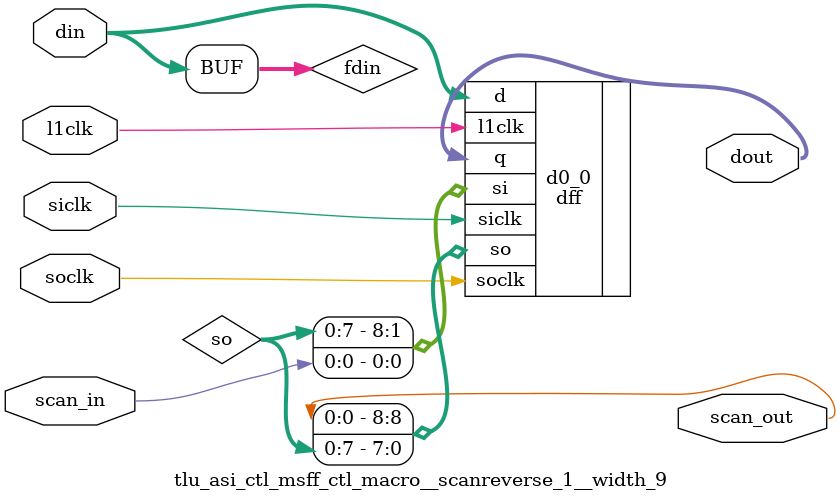
<source format=v>
module  tlu_asi_ctl (
  l2clk, 
  scan_in, 
  tcu_pce_ov, 
  spc_aclk, 
  spc_bclk, 
  tcu_scan_en, 
  spc_aclk_wmr, 
  wmr_scan_in, 
  lsu_asi_clken, 
  lsu_tlu_pmen, 
  mbi_tsa0_write_en, 
  mbi_tsa1_write_en, 
  mbi_tca_write_en, 
  mbi_addr, 
  mbi_run, 
  mbi_wdata, 
  mbi_tsa0_read_en, 
  mbi_tsa1_read_en, 
  mbi_tca_read_en, 
  mbi_tlu_cmpsel, 
  mbd_compare, 
  error_inject_enable, 
  error_inject_tccu, 
  error_inject_tsau, 
  error_inject_mask, 
  lsu_rngf_cdbus, 
  pct0_asi_data, 
  pct1_asi_data, 
  trl0_asi_data, 
  trl1_asi_data, 
  tlu_ceter_pscce, 
  tsd_hpstate_hpriv, 
  tsd_pstate_priv, 
  tsd0_asi_data, 
  tsd1_asi_data, 
  tel0_ecc, 
  tel0_tsac, 
  tel0_tsau, 
  tel1_ecc, 
  tel1_tsac, 
  tel1_tsau, 
  tic_asi_data, 
  cel_ecc, 
  cer_asi_data, 
  cel_tccp, 
  cel_tcup, 
  mmu_asi_data, 
  mmu_asi_read, 
  mmu_asi_cecc, 
  mmu_asi_uecc, 
  dfd_desr_f, 
  dfd_fesr_f, 
  tlu_lsu_clear_ctl_reg_, 
  hver_mask_major_rev, 
  hver_mask_minor_rev, 
  wmr_scan_out, 
  scan_out, 
  asi_error_tccu, 
  asi_error_tsau, 
  asi_error_mask, 
  asi_tsa_rd_addr, 
  asi_tsa_rd_iqr_ecc, 
  asi_tsa_tid, 
  asi_rd_asireg, 
  asi_wr_asireg, 
  asi_rd_tick, 
  asi_wr_tick, 
  asi_rd_pc, 
  asi_wr_set_softint, 
  asi_wr_clear_softint, 
  asi_rd_softint, 
  asi_wr_softint, 
  asi_tca_addr, 
  asi_tca_addr_valid, 
  asi_tca_wr, 
  asi_wr_mondo_head, 
  asi_wr_mondo_tail, 
  asi_wr_device_head, 
  asi_wr_device_tail, 
  asi_wr_res_err_head, 
  asi_wr_res_err_tail, 
  asi_wr_nonres_err_head, 
  asi_wr_nonres_err_tail, 
  asi_rd_iqr_reg, 
  asi_rd_iqr, 
  asi_rd_tpc, 
  asi_wr_tpc, 
  asi_rd_tnpc, 
  asi_wr_tnpc, 
  asi_rd_tstate, 
  asi_wr_tstate, 
  asi_rd_tt, 
  asi_wr_tt, 
  asi_wr_tba, 
  asi_wr_pstate, 
  asi_rd_tl, 
  asi_wr_tl, 
  asi_rd_pil, 
  asi_wr_pil, 
  asi_rd_gl, 
  asi_wr_gl, 
  asi_wr_hpstate, 
  asi_rd_htstate, 
  asi_wr_htstate, 
  asi_rd_hintp, 
  asi_wr_hintp, 
  asi_wr_htba, 
  asi_rd_h_pstate_tba, 
  asi_rd_tba_htba, 
  asi_rd_pstate_hpstate, 
  asi_preempt_trap, 
  asi_preempt_done_retry, 
  asi_rmw_tsa, 
  asi_wr_int_rec, 
  asi_wr_any_int_rec, 
  asi_rd_inc_vec_2, 
  asi_int_rec_mux_sel_in, 
  asi_rd_int_rec, 
  asi_rd_inc_vec, 
  asi_check_qr_exc, 
  asi_tca_wr_data_63, 
  asi_wr_data_0, 
  asi_wr_data_1, 
  asi_tsd0_wr_data_12, 
  asi_tsd0_wr_data_10_08, 
  asi_tsd0_wr_data_05_00, 
  asi_tsd1_wr_data_12, 
  asi_tsd1_wr_data_10_08, 
  asi_tsd1_wr_data_05_00, 
  asi_tsa_wr_data, 
  asi_tsa_wr_data_npc_oor_va, 
  asi_tsa_wr_data_npc_nonseq, 
  asi_rd_cerer, 
  asi_rd_ceter, 
  asi_wr_cerer, 
  asi_ceter_tid, 
  asi_wr_ceter, 
  asi_rd_tid, 
  asi_rd_isfsr, 
  asi_rd_dsfsr, 
  asi_rd_dsfar, 
  asi_rd_desr, 
  asi_rd_fesr, 
  asi_wr_isfsr, 
  asi_wr_dsfsr, 
  asi_wr_dsfar, 
  asi_rd_iaw, 
  asi_wr_iaw, 
  asi_decr, 
  asi_ece_exc, 
  asi_eue_exc, 
  asi_ecc_tid, 
  asi_tsac, 
  asi_tsau, 
  asi_tsacu, 
  asi_tsacu_tid, 
  asi_irl_cleared, 
  asi_rd_stage_1, 
  asi_trl_pstate_en, 
  asi_stg1_en, 
  asi_mbist_ecc_in, 
  asi_mbist_tsa_ecc_in, 
  asi_mbist_run, 
  asi_mbist_cmpsel, 
  asi_mbd_compare_data, 
  asi_mbd_sel_tsd0, 
  asi_mbd_sel_tsd1, 
  asi_mbd_sel_tic, 
  asi_mbist_addr, 
  asi_mbist_tsa_rd_en, 
  asi_mbist_tsa_wr_en, 
  asi_mbist_tel_en, 
  asi_tccup_in, 
  asi_tccud_in, 
  asi_immu_enable, 
  asi_spec_enable, 
  asi_halt, 
  asi_clear_spu_trap_req, 
  tlu_spec_enable, 
  tlu_tca_tid, 
  tlu_tca_index, 
  tlu_mbi_tsa0_fail, 
  tlu_mbi_tsa1_fail, 
  tlu_mbi_tca_fail, 
  tlu_rngf_cdbus, 
  tlu_rngf_cdbus_error);
wire pce_ov;
wire stop;
wire siclk;
wire soclk;
wire se;
wire l1clk;
wire pmen_lat_scanin;
wire pmen_lat_scanout;
wire pmen;
wire stg1_en_in;
wire stg1_en_lat_scanin;
wire stg1_en_lat_scanout;
wire stg1_en;
wire stg2_en_in;
wire stg2_en;
wire stg2_en_lat_scanin;
wire stg2_en_lat_scanout;
wire stg3_en_lat_scanin;
wire stg3_en_lat_scanout;
wire stg3_en;
wire stg4_en_lat_scanin;
wire stg4_en_lat_scanout;
wire pstg4_en;
wire stg4_en;
wire [64:0] data_4;
wire pm1_en;
wire mbist_run;
wire l1clk_pm1;
wire pm2_en;
wire l1clk_pm2;
wire mbist_run_lat_scanin;
wire mbist_run_lat_scanout;
wire mbist_tsa0_write_lat_scanin;
wire mbist_tsa0_write_lat_scanout;
wire mbist_tsa0_wr_en;
wire mbist_tsa1_write_lat_scanin;
wire mbist_tsa1_write_lat_scanout;
wire mbist_tsa1_wr_en;
wire mbist_tca_write_lat_scanin;
wire mbist_tca_write_lat_scanout;
wire mbist_tca_wr_en;
wire mbist_addr_lat_scanin;
wire mbist_addr_lat_scanout;
wire [4:0] mbist_addr;
wire [7:0] mbist_wdata;
wire [63:0] data_1;
wire mbist_tsa0_read_lat_scanin;
wire mbist_tsa0_read_lat_scanout;
wire mbist_tsa0_rd_en;
wire mbist_tsa1_read_lat_scanin;
wire mbist_tsa1_read_lat_scanout;
wire mbist_tsa1_rd_en;
wire mbist_tca_read_lat_scanin;
wire mbist_tca_read_lat_scanout;
wire mbist_tca_rd_en;
wire mbist_cmpsel_lat_scanin;
wire mbist_cmpsel_lat_scanout;
wire [3:0] mbist_cmpsel;
wire [7:0] mbist_wdata_2;
wire mbist_tsa1_rd_en_2;
wire mbist_tsa0_rd_en_2;
wire mbist_addr_2_lat_scanin;
wire mbist_addr_2_lat_scanout;
wire [4:0] mbist_addr_2;
wire mbist_tsa0_read_2_lat_scanin;
wire mbist_tsa0_read_2_lat_scanout;
wire mbist_tsa1_read_2_lat_scanin;
wire mbist_tsa1_read_2_lat_scanout;
wire mbist_tca_read_2_lat_scanin;
wire mbist_tca_read_2_lat_scanout;
wire mbist_tca_rd_en_2;
wire mbist_cmpsel_2_lat_scanin;
wire mbist_cmpsel_2_lat_scanout;
wire [3:0] mbist_cmpsel_2;
wire mbist_wdata_2_lat_scanin;
wire mbist_wdata_2_lat_scanout;
wire mbist_tsa0_read_3_lat_scanin;
wire mbist_tsa0_read_3_lat_scanout;
wire mbist_tsa0_rd_en_3;
wire mbist_tsa1_read_3_lat_scanin;
wire mbist_tsa1_read_3_lat_scanout;
wire mbist_tsa1_rd_en_3;
wire mbist_tca_read_3_lat_scanin;
wire mbist_tca_read_3_lat_scanout;
wire mbist_tca_rd_en_3;
wire mbist_wdata_3_lat_scanin;
wire mbist_wdata_3_lat_scanout;
wire [7:0] mbist_wdata_3;
wire rd_tsa_pc_2;
wire rd_tsa_nopc_2;
wire rd_tsa_ecc_2;
wire rd_tsa_pc_3;
wire rd_tsa_nopc_3;
wire rd_tsa_ecc_3;
wire wr_tsa_2;
wire wr_tsa_3;
wire mbist_tsa0_read_4_lat_scanin;
wire mbist_tsa0_read_4_lat_scanout;
wire mbist_tsa0_rd_en_4;
wire mbist_tsa1_read_4_lat_scanin;
wire mbist_tsa1_read_4_lat_scanout;
wire mbist_tsa1_rd_en_4;
wire [7:0] compare_data_in;
wire mbist_tsa_3;
wire compare_data_lat_scanin;
wire compare_data_lat_scanout;
wire [7:0] compare_data;
wire tsa0_fail_in;
wire tsa1_fail_in;
wire tca_fail_in;
wire tsa0_fail_lat_scanin;
wire tsa0_fail_lat_scanout;
wire tsa0_fail;
wire tsa1_fail_lat_scanin;
wire tsa1_fail_lat_scanout;
wire tsa1_fail;
wire tca_fail_lat_scanin;
wire tca_fail_lat_scanout;
wire tca_fail;
wire compare_lat_scanin;
wire compare_lat_scanout;
wire compare;
wire ctl_0;
wire [63:48] data_0;
wire data_0_59_unused;
wire data_0_57_unused;
wire data_0_56_unused;
wire asi_0;
wire pr_0;
wire hpr_0;
wire pr_tstack_0;
wire wr_gl_0;
wire htstate_0;
wire asi_25_0;
wire tsa_diag_0;
wire [1:0] preempt_done_retry_in;
wire [1:0] preempt_trap_in;
wire wr_gl_2;
wire [63:0] data_2;
wire preempt_trap_lat_scanin;
wire preempt_trap_lat_scanout;
wire [1:0] preempt_trap;
wire [1:0] preempt_done_retry;
wire sel_lsu;
wire rd_clesr;
wire rd_clfesr;
wire [63:0] clesr_data;
wire [63:0] clfesr_in;
wire [63:48] clfesr_data;
wire clfesr_lat_wmr_scanin;
wire clfesr_lat_wmr_scanout;
wire [63:0] data_1_in;
wire rng_stg1_data_scanin;
wire rng_stg1_data_scanout;
wire ctl_1_lat_scanin;
wire ctl_1_lat_scanout;
wire ctl_1;
wire rd_stage_1;
wire hpstatehpriv_lat_scanin;
wire hpstatehpriv_lat_scanout;
wire [7:0] hpstatehpriv;
wire pstatepriv_lat_scanin;
wire pstatepriv_lat_scanout;
wire [7:0] pstatepriv;
wire hpstate_hpriv;
wire [7:0] rd_tid_dec;
wire pstate_priv;
wire asi;
wire asr;
wire pr;
wire hpr;
wire asi_2;
wire ctl_2;
wire asr_2;
wire pr_2;
wire hpr_2;
wire fast_asi;
wire superfast_hpr_2;
wire mondo_head;
wire rd_mondo_head;
wire wr_mondo_head;
wire mondo_tail;
wire rd_mondo_tail;
wire wr_mondo_tail;
wire device_head;
wire rd_device_head;
wire wr_device_head;
wire device_tail;
wire rd_device_tail;
wire wr_device_tail;
wire res_err_head;
wire rd_res_err_head;
wire wr_res_err_head;
wire res_err_tail;
wire rd_res_err_tail;
wire wr_res_err_tail;
wire nonres_err_head;
wire rd_nonres_err_head;
wire wr_nonres_err_head;
wire nonres_err_tail;
wire rd_nonres_err_tail;
wire wr_nonres_err_tail;
wire lsu_ctl;
wire wr_lsu_ctl;
wire decr;
wire rd_decr;
wire wr_decr;
wire esr;
wire desr;
wire rd_desr;
wire fesr;
wire rd_fesr;
wire clesr;
wire clfesr;
wire cerer;
wire rd_cerer;
wire wr_cerer;
wire ceter;
wire rd_ceter;
wire wr_ceter;
wire isfsr;
wire rd_isfsr;
wire wr_isfsr;
wire iaw_2;
wire rd_iaw_2;
wire wr_iaw_2;
wire dsfsr;
wire rd_dsfsr;
wire wr_dsfsr;
wire dsfar;
wire rd_dsfar;
wire wr_dsfar;
wire tca_diag;
wire rd_tca_ecc;
wire rd_tca_data;
wire tsa_diag;
wire rd_tsa_ecc;
wire int_rec;
wire rd_int_rec;
wire wr_int_rec;
wire inc_vec;
wire rd_inc_vec;
wire asireg_2;
wire rd_asireg_2;
wire wr_asireg_2;
wire tick;
wire rd_tick;
wire tick_npt_1_;
wire priv_action;
wire wr_tick;
wire [7:0] tick_npt_;
wire pc_2;
wire rd_pc_2;
wire set_softint;
wire wr_set_softint;
wire clear_softint;
wire wr_clear_softint;
wire softint;
wire rd_softint;
wire wr_softint;
wire tick_cmpr;
wire rd_tick_cmpr;
wire wr_tick_cmpr;
wire stick_cmpr;
wire rd_stick_cmpr;
wire wr_stick_cmpr;
wire tpc;
wire rd_tpc;
wire wr_tpc;
wire tnpc;
wire rd_tnpc;
wire wr_tnpc;
wire tstate;
wire rd_tstate;
wire wr_tstate;
wire tt;
wire rd_tt;
wire wr_tt;
wire tba_2;
wire rd_tba_2;
wire wr_tba_2;
wire pstate;
wire wr_pstate;
wire pstate_2;
wire rd_pstate_2;
wire tl;
wire rd_tl;
wire wr_tl;
wire pil;
wire rd_pil;
wire wr_pil;
wire gl;
wire rd_gl;
wire wr_gl;
wire hpstate;
wire wr_hpstate;
wire hpstate_2;
wire rd_hpstate_2;
wire htstate;
wire rd_htstate;
wire wr_htstate;
wire hintp;
wire rd_hintp;
wire wr_hintp;
wire htba_2;
wire rd_htba_2;
wire wr_htba_2;
wire hver;
wire rd_hver;
wire rd_halt;
wire wr_halt;
wire hstick_cmpr;
wire rd_hstick_cmpr;
wire wr_hstick_cmpr;
wire fast_tsa_rd_iqr;
wire fast_rd_tsa_ecc;
wire fast_tsa_rd_iqr_res_nonres;
wire rd_tca;
wire wr_tca;
wire [4:3] tca_rd_addr;
wire [4:0] tca_addr;
wire wr_hstick_cmpr_2;
wire wr_stick_cmpr_2;
wire wr_tca_2;
wire rd_tsa_nopc;
wire rd_tsa_pc;
wire wr_tstate_2;
wire wr_tt_2;
wire wr_htstate_2;
wire wr_mondo_head_2;
wire wr_mondo_tail_2;
wire wr_device_head_2;
wire wr_device_tail_2;
wire wr_res_err_head_2;
wire wr_res_err_tail_2;
wire wr_nonres_err_head_2;
wire wr_nonres_err_tail_2;
wire wr_tpc_2;
wire wr_tnpc_2;
wire wr_tstate_3;
wire wr_tt_3;
wire wr_htstate_3;
wire wr_mondo_head_3;
wire wr_mondo_tail_3;
wire wr_device_head_3;
wire wr_device_tail_3;
wire wr_res_err_head_3;
wire wr_res_err_tail_3;
wire wr_nonres_err_head_3;
wire wr_nonres_err_tail_3;
wire wr_tpc_3;
wire wr_tnpc_3;
wire [2:0] rd_iqr_2;
wire rd_device_head_2;
wire rd_nonres_err_head_2;
wire rd_mondo_tail_2;
wire rd_res_err_tail_2;
wire rd_device_tail_2;
wire rd_nonres_err_tail_2;
wire rd_iqr_reg_2;
wire rd_res_err_head_2;
wire rd_mondo_head_2;
wire rd_tpc_2;
wire rd_tnpc_2;
wire rd_tstate_2;
wire rd_tt_2;
wire rd_htstate_2;
wire rd_cerer_2;
wire rd_ceter_2;
wire rd_inc_vec_2;
wire [7:0] wr_tid_dec;
wire rd_tick_3;
wire rd_cth;
wire rd_trl;
wire rd_tic;
wire rd_tsd_2;
wire rd_tba_htba_2;
wire [1:0] rmw_tsa_in;
wire [63:0] hver_value;
wire [63:0] tic_ecc;
wire [63:0] data_err_1;
wire [63:0] decr_data;
wire [63:46] decr_reg;
wire [63:0] dsfar_data;
wire [63:0] fesr_data;
wire [63:0] desr_data;
wire [63:0] isfsr_data;
wire [63:0] dsfsr_data;
wire sel_data1;
wire rd_hver_2;
wire rd_cth_2;
wire rd_tca_ecc_2;
wire rd_tca_data_2;
wire rd_desr_2;
wire rd_fesr_2;
wire rd_dsfar_2;
wire rd_isfsr_2;
wire rd_dsfsr_2;
wire rd_decr_2;
wire [63:0] data_2_in;
wire [64:0] tic_data;
wire stg2_data_lat_scanin;
wire stg2_data_lat_scanout;
wire stg2_ctl_lat_scanin;
wire stg2_ctl_lat_scanout;
wire rd_tic_2;
wire rd_tick_2;
wire rd_softint_2;
wire rd_tl_2;
wire rd_gl_2;
wire rd_pil_2;
wire rd_hintp_2;
wire rd_trl_2;
wire wr_int_rec_2;
wire wr_tick_2;
wire wr_set_softint_2;
wire wr_clear_softint_2;
wire wr_softint_2;
wire wr_pstate_2;
wire wr_tl_2;
wire wr_pil_2;
wire wr_hpstate_2;
wire wr_hintp_2;
wire wr_cerer_2;
wire wr_ceter_2;
wire wr_isfsr_2;
wire wr_dsfsr_2;
wire wr_dsfar_2;
wire wr_decr_2;
wire wr_lsu_ctl_2;
wire wr_tid_dec_lat_scanin;
wire wr_tid_dec_lat_scanout;
wire [47:0] mbist_tsa_wdata;
wire irl_any_cleared_in;
wire irl_any_cleared_lat_scanin;
wire irl_any_cleared_lat_scanout;
wire irl_any_cleared;
wire [7:0] tid_dec_3;
wire [64:0] data_3;
wire [7:0] tick_npt_in_;
wire tick_npt_inv_lat_scanin;
wire tick_npt_inv_lat_scanout;
wire tick_npt_2_;
wire tick_npt_3_inv_lat_scanin;
wire tick_npt_3_inv_lat_scanout;
wire tick_npt_3_;
wire [63:46] decr_reg_in;
wire decr_lat_scanin;
wire decr_lat_scanout;
wire rd_pct_2;
wire [64:0] trl_data;
wire [64:0] tsd_data;
wire [64:0] tba_htba_data;
wire [64:0] tsa_nopc_data;
wire [64:0] tsa_pc_data;
wire [64:0] tsa_ecc_data;
wire [64:0] tic_data_for_3;
wire [64:0] tick_data;
wire [64:0] pct_data;
wire [64:0] rngf_cdbus_2;
wire no_rd_3;
wire rd_trl_3;
wire rd_tsd_3;
wire rd_tba_htba_3;
wire rd_tic_3;
wire rd_pct_3;
wire [64:0] data_3_in;
wire rd_tca_diag_2;
wire rng_stg3_scanin;
wire rng_stg3_scanout;
wire tsa_wr_lat_scanin;
wire tsa_wr_lat_scanout;
wire rd_tca_diag_3;
wire wr_iqr_3;
wire check_ecc;
wire tsacu_in;
wire kill_write_if_error_in;
wire ecc_lat_scanin;
wire ecc_lat_scanout;
wire ptsacu;
wire kill_write_if_error;
wire tsac;
wire tsau;
wire tca_rd_addr_2_lat_scanin;
wire tca_rd_addr_2_lat_scanout;
wire [4:3] tca_rd_addr_2;
wire tca_rd_addr_3_lat_scanin;
wire tca_rd_addr_3_lat_scanout;
wire [4:3] tca_rd_addr_3;
wire tca_rd_addr_4_lat_scanin;
wire tca_rd_addr_4_lat_scanout;
wire [4:3] tca_rd_addr_4;
wire [64:0] rngf_cdbus_3;
wire [64:0] data_4_in;
wire error_4_in;
wire rng_stg4_scanin;
wire rng_stg4_scanout;
wire error_4_lat_scanin;
wire error_4_lat_scanout;
wire error_4;
wire [3:0] check_qr_exc_in;
wire check_qr_exc_lat_scanin;
wire check_qr_exc_lat_scanout;
wire [3:0] check_qr_exc;
wire error_inject_lat_scanin;
wire error_inject_lat_scanout;
wire error_enable;
wire error_tccu;
wire error_tsau;
wire [7:0] error_mask;
wire [7:0] write_lsu_ctl;
wire [7:0] hold_lsu_ctl;
wire [7:0] spec_enable_in;
wire [7:0] spec_enable;
wire spec_enable_lat_scanin;
wire spec_enable_lat_scanout;
wire [7:0] immu_enable_in;
wire [7:0] immu_enable;
wire immu_enable_lat_scanin;
wire immu_enable_lat_scanout;
wire spares_scanin;
wire spares_scanout;
wire rd_halt_2;
wire wr_halt_2;
wire [6:0] unused;




input		l2clk;
input		scan_in;
input		tcu_pce_ov;
input		spc_aclk;
input		spc_bclk;
input		tcu_scan_en;

input 		spc_aclk_wmr;		// Warm reset (non)scan
input		wmr_scan_in;

input		lsu_asi_clken;		// Power management
input		lsu_tlu_pmen;		// Power management

// MBIST
input		mbi_tsa0_write_en;	// MBIST write control
input		mbi_tsa1_write_en;	// MBIST write control
input		mbi_tca_write_en;	// MBIST write control
input	[4:0]	mbi_addr;		// 32 entry addressability for MBIST
input		mbi_run;		// Select MBIST controls
input	[7:0]	mbi_wdata;		// MBIST write data
input		mbi_tsa0_read_en;	// MBIST read control
input		mbi_tsa1_read_en;	// MBIST read control
input		mbi_tca_read_en;	// MBIST read control
input	[3:0]	mbi_tlu_cmpsel;		// Mux (NPE) between 32 bit chunks 
input		mbd_compare;

input		error_inject_enable;
input		error_inject_tccu;
input		error_inject_tsau;
input	[7:0]	error_inject_mask;

input 	[64:0]	lsu_rngf_cdbus; 	// control/data bus from lsu

input	[48:2]	pct0_asi_data;
input	[48:2]	pct1_asi_data;

input   [16:0]	trl0_asi_data;
input   [16:0]	trl1_asi_data;

input	[7:0]	tlu_ceter_pscce;

input	[7:0]	tsd_hpstate_hpriv;
input	[7:0]	tsd_pstate_priv;
input	[1:0]	tsd0_asi_data;
input	[1:0]	tsd1_asi_data;
input	[15:0]	tel0_ecc;
input		tel0_tsac;
input		tel0_tsau;
input	[15:0]	tel1_ecc;
input		tel1_tsac;
input		tel1_tsau;

input 	[63:0]	tic_asi_data;
input	[7:0] cel_ecc;

input	[63:0]	cer_asi_data;

input		cel_tccp;
input		cel_tcup;

input	[64:0]	mmu_asi_data;		// ASI read data for fast bus
input		mmu_asi_read;		// Valid for MMU ASI read
input		mmu_asi_cecc;		// Correctable ECC error (stg 4)
input		mmu_asi_uecc;		// Uncorrectable ECC error (stg 4)

input	[7:0]	dfd_desr_f;
input	[7:0]	dfd_fesr_f;

input 	[7:0]	tlu_lsu_clear_ctl_reg_;

input	[3:0]	hver_mask_major_rev;	// An input to asi
input	[3:0]	hver_mask_minor_rev;	// An input to spc



output		wmr_scan_out;

output		scan_out;

output		asi_error_tccu;
output		asi_error_tsau;
output	[7:0]	asi_error_mask;

output	[4:0]	asi_tsa_rd_addr;
output		asi_tsa_rd_iqr_ecc;
output	[1:0]	asi_tsa_tid;
output	[7:0]	asi_rd_asireg;		
output	[7:0]	asi_wr_asireg;		
output		asi_rd_tick;		
output		asi_wr_tick;		
output	[7:0]	asi_rd_pc;
output	[7:0]	asi_wr_set_softint;
output	[7:0]	asi_wr_clear_softint;
output	[7:0]	asi_rd_softint;
output	[7:0]	asi_wr_softint;
output	[4:0]	asi_tca_addr;		// Used for [H][S]TICK_CMPR
output		asi_tca_addr_valid;
output		asi_tca_wr;
output	[1:0]	asi_wr_mondo_head;
output	[1:0]	asi_wr_mondo_tail;
output	[1:0]	asi_wr_device_head;
output	[1:0]	asi_wr_device_tail;
output	[1:0]	asi_wr_res_err_head;
output	[1:0]	asi_wr_res_err_tail;
output	[1:0]	asi_wr_nonres_err_head;
output	[1:0]	asi_wr_nonres_err_tail;
output	[1:0]	asi_rd_iqr_reg;
output	[2:0]	asi_rd_iqr;		// Read any interrupt queue reg
output	[1:0]	asi_rd_tpc;		// encoded TID for IQR read
output	[1:0]	asi_wr_tpc;
output	[1:0]	asi_rd_tnpc;
output	[1:0]	asi_wr_tnpc;
output	[1:0]	asi_rd_tstate;
output	[1:0]	asi_wr_tstate;
output	[1:0]	asi_rd_tt;
output	[1:0]	asi_wr_tt;
output	[7:0]	asi_wr_tba;
output	[7:0]	asi_wr_pstate;
output	[7:0]	asi_rd_tl;
output	[7:0]	asi_wr_tl;
output	[7:0]	asi_rd_pil;
output	[7:0]	asi_wr_pil;
output	[7:0]	asi_rd_gl;
output	[7:0]	asi_wr_gl;
output	[7:0]	asi_wr_hpstate;
output	[1:0]	asi_rd_htstate;
output	[1:0]	asi_wr_htstate;
output	[7:0]	asi_rd_hintp;
output	[7:0]	asi_wr_hintp;
output	[7:0]	asi_wr_htba;
output	[2:0]	asi_rd_h_pstate_tba;
output	[1:0]	asi_rd_tba_htba;
output	[1:0]	asi_rd_pstate_hpstate;
output  [1:0]	asi_preempt_trap;
output  [1:0]	asi_preempt_done_retry;
output	[1:0]	asi_rmw_tsa;

output	[7:0]	asi_wr_int_rec;		// Write Interrupt Receive Register
output		asi_wr_any_int_rec;	// Write any Interrupt Receive Register
output 	[7:0]	asi_rd_inc_vec_2;	// Update Interrupt Vector  Register
output 	[2:0]	asi_int_rec_mux_sel_in;
output 		asi_rd_int_rec;		// Read for any thread
output 		asi_rd_inc_vec;		// Read for any thread

output 	[7:0]	asi_check_qr_exc;	// Check for Interrupt Queue Register
					// head vs. tail mismatch

output		asi_tca_wr_data_63;	// stored negative active
output	[63:0] asi_wr_data_0;		// data to write
output	[62:0] asi_wr_data_1;		// data to write
output 		asi_tsd0_wr_data_12;
output 	[10:8]	asi_tsd0_wr_data_10_08;
output 	[5:0]	asi_tsd0_wr_data_05_00;
output 		asi_tsd1_wr_data_12;
output 	[10:8]	asi_tsd1_wr_data_10_08;
output 	[5:0]	asi_tsd1_wr_data_05_00;
output	[47:0] asi_tsa_wr_data;
output		asi_tsa_wr_data_npc_oor_va;
output		asi_tsa_wr_data_npc_nonseq;

output		asi_rd_cerer;
output		asi_rd_ceter;
output		asi_wr_cerer;
output	[2:0]	asi_ceter_tid;
output		asi_wr_ceter;

output	[2:0]	asi_rd_tid;
output		asi_rd_isfsr;
output		asi_rd_dsfsr;
output		asi_rd_dsfar;
output		asi_rd_desr;
output		asi_rd_fesr;
output	[7:0]	asi_wr_isfsr;
output	[7:0]	asi_wr_dsfsr;
output	[7:0]	asi_wr_dsfar;

output		asi_rd_iaw;
output	[1:0]	asi_wr_iaw;

output	[63:46]	asi_decr;

output		asi_ece_exc;		// Correctable ECC error on ASI rd/wr
output		asi_eue_exc;		// Uncorrectable ECC error on ASI rd/wr
output	[2:0]	asi_ecc_tid;		// TID for ECC error

output		asi_tsac;		// For DSFSR
output		asi_tsau;		
output	[1:0]	asi_tsacu;		// For killing TSA writes
output	[2:0]	asi_tsacu_tid;		

output	[7:0] asi_irl_cleared;	// Int_Received Reg had bits cleared

output		asi_rd_stage_1;		// Power management:  read in stage 1
output	[1:0]	asi_trl_pstate_en;	// Power management:  h/pstate flop
output		asi_stg1_en;		// Power management:  TCA wr data flop

output	[7:0]	asi_mbist_ecc_in;	// MBIST
output	[7:0]	asi_mbist_tsa_ecc_in;	// MBIST
output		asi_mbist_run;		// MBIST
output	[3:0]	asi_mbist_cmpsel;	// MBIST
output	[7:0]	asi_mbd_compare_data;	// MBIST
output		asi_mbd_sel_tsd0;	// MBIST
output		asi_mbd_sel_tsd1;	// MBIST
output		asi_mbd_sel_tic;	// MBIST
output	[4:0]	asi_mbist_addr;		// MBIST
output	[1:0]	asi_mbist_tsa_rd_en;	// MBIST
output	[1:0]	asi_mbist_tsa_wr_en;	// MBIST
output	[1:0]	asi_mbist_tel_en;	// MBIST

output		asi_tccup_in;
output		asi_tccud_in;

output	[7:0]	asi_immu_enable;
output	[7:0]	asi_spec_enable;

output	[7:0]	asi_halt;		
output	[7:0]	asi_clear_spu_trap_req;	

output	[7:0]	tlu_spec_enable;

output	[2:0]	tlu_tca_tid;		
output	[1:0]	tlu_tca_index;		// Index for precise TCA errors

output		tlu_mbi_tsa0_fail;	// MBIST
output		tlu_mbi_tsa1_fail;	// MBIST
output		tlu_mbi_tca_fail;	// MBIST

output	[64:0]	tlu_rngf_cdbus;		// 65 bit control/data bus 
					// 64    - ctl/data
					// 63    - valid/hole
					// 62    - ack
					// 61:60 - 00-ASI, 01-ASR, 10-PR,11-HPR
					// 59    - rd/wrx
					// 58:56 - Thread ID
					// 55:48 - ASI field
					// 47:0  - Virtual Address
output 		tlu_rngf_cdbus_error;



//////////////////////////////////////////////////////////////////////

assign pce_ov	= tcu_pce_ov;
assign stop	= 1'b0;
assign siclk	= spc_aclk;
assign soclk	= spc_bclk;
assign se       = tcu_scan_en;


tlu_asi_ctl_l1clkhdr_ctl_macro free_clken (
	.l2clk	(l2clk),
	.l1en 	(1'b1 ),
	.l1clk	(l1clk),
  .pce_ov(pce_ov),
  .stop(stop),
  .se(se)
);



//////////////////////////////////////////////////////////////////////////////
//
//  Power management
//

tlu_asi_ctl_msff_ctl_macro__width_1 pmen_lat  (
	.scan_in(pmen_lat_scanin),
	.scan_out(pmen_lat_scanout),
	.din	(lsu_tlu_pmen			),
	.dout	(pmen				),
  .l1clk(l1clk),
  .siclk(siclk),
  .soclk(soclk)
);

assign stg1_en_in =
       lsu_asi_clken;

tlu_asi_ctl_msff_ctl_macro__width_1 stg1_en_lat  (
	.scan_in(stg1_en_lat_scanin),
	.scan_out(stg1_en_lat_scanout),
	.din	(stg1_en_in			),
	.dout	(stg1_en			),
  .l1clk(l1clk),
  .siclk(siclk),
  .soclk(soclk)
);

assign asi_stg1_en =
       stg1_en;

assign stg2_en_in =
       (lsu_rngf_cdbus[64] & lsu_rngf_cdbus[63]) | 
       (~lsu_rngf_cdbus[64] & stg2_en) |
       ~pmen;

tlu_asi_ctl_msff_ctl_macro__width_1 stg2_en_lat  (
	.scan_in(stg2_en_lat_scanin),
	.scan_out(stg2_en_lat_scanout),
	.din	(stg2_en_in			),
	.dout	(stg2_en			),
  .l1clk(l1clk),
  .siclk(siclk),
  .soclk(soclk)
);

tlu_asi_ctl_msff_ctl_macro__width_1 stg3_en_lat  (
	.scan_in(stg3_en_lat_scanin),
	.scan_out(stg3_en_lat_scanout),
	.din	(stg2_en			),
	.dout	(stg3_en			),
  .l1clk(l1clk),
  .siclk(siclk),
  .soclk(soclk)
);

tlu_asi_ctl_msff_ctl_macro__width_1 stg4_en_lat  (
	.scan_in(stg4_en_lat_scanin),
	.scan_out(stg4_en_lat_scanout),
	.din	(stg3_en			),
	.dout	(pstg4_en			),
  .l1clk(l1clk),
  .siclk(siclk),
  .soclk(soclk)
);

// data_4[64] added to prevent stopping on control packet on MMU ITLB reload
assign stg4_en =
       pstg4_en | mmu_asi_read | data_4[64];

// Have to enable during mbist because the write data goes through
// the functional path
assign pm1_en =
       stg1_en | stg2_en | stg3_en | stg4_en | mbist_run;

tlu_asi_ctl_l1clkhdr_ctl_macro stg4_clken (
	.l2clk	(l2clk				),
	.l1en	(pm1_en				),
	.l1clk	(l1clk_pm1			),
  .pce_ov(pce_ov),
  .stop(stop),
  .se(se)
);


assign pm2_en =
       mbist_run | ~pmen;

tlu_asi_ctl_l1clkhdr_ctl_macro mbist_clken (
	.l2clk	(l2clk				),
	.l1en	(pm2_en				),
	.l1clk	(l1clk_pm2			),
  .pce_ov(pce_ov),
  .stop(stop),
  .se(se)
);



//////////////////////////////////////////////////////////////////////////////
//
//  MBIST
//

tlu_asi_ctl_msff_ctl_macro__width_1 mbist_run_lat 	(
	.scan_in(mbist_run_lat_scanin),
	.scan_out(mbist_run_lat_scanout),
	.din	(mbi_run			),
	.dout	(mbist_run			),
  .l1clk(l1clk),
  .siclk(siclk),
  .soclk(soclk)
);

assign asi_mbist_run =
       mbist_run;

tlu_asi_ctl_msff_ctl_macro__width_1 mbist_tsa0_write_lat  (
	.scan_in(mbist_tsa0_write_lat_scanin),
	.scan_out(mbist_tsa0_write_lat_scanout),
	.l1clk	(l1clk_pm2			),
	.din	(mbi_tsa0_write_en		),
	.dout	(mbist_tsa0_wr_en		),
  .siclk(siclk),
  .soclk(soclk)
);

tlu_asi_ctl_msff_ctl_macro__width_1 mbist_tsa1_write_lat  (
	.scan_in(mbist_tsa1_write_lat_scanin),
	.scan_out(mbist_tsa1_write_lat_scanout),
	.l1clk	(l1clk_pm2			),
	.din	(mbi_tsa1_write_en		),
	.dout	(mbist_tsa1_wr_en		),
  .siclk(siclk),
  .soclk(soclk)
);

tlu_asi_ctl_msff_ctl_macro__width_1 mbist_tca_write_lat  (
	.scan_in(mbist_tca_write_lat_scanin),
	.scan_out(mbist_tca_write_lat_scanout),
	.l1clk	(l1clk_pm2			),
	.din	(mbi_tca_write_en		),
	.dout	(mbist_tca_wr_en		),
  .siclk(siclk),
  .soclk(soclk)
);

tlu_asi_ctl_msff_ctl_macro__width_5 mbist_addr_lat  (
	.scan_in(mbist_addr_lat_scanin),
	.scan_out(mbist_addr_lat_scanout),
	.l1clk	(l1clk_pm2			),
	.din	(mbi_addr		[4:0]	),
	.dout	(mbist_addr		[4:0]	),
  .siclk(siclk),
  .soclk(soclk)
);

assign mbist_wdata[7:0] =
       data_1[7:0];

tlu_asi_ctl_msff_ctl_macro__width_1 mbist_tsa0_read_lat  (
	.scan_in(mbist_tsa0_read_lat_scanin),
	.scan_out(mbist_tsa0_read_lat_scanout),
	.l1clk	(l1clk_pm2			),
	.din	(mbi_tsa0_read_en		),
	.dout	(mbist_tsa0_rd_en		),
  .siclk(siclk),
  .soclk(soclk)
);

tlu_asi_ctl_msff_ctl_macro__width_1 mbist_tsa1_read_lat  (
	.scan_in(mbist_tsa1_read_lat_scanin),
	.scan_out(mbist_tsa1_read_lat_scanout),
	.l1clk	(l1clk_pm2			),
	.din	(mbi_tsa1_read_en		),
	.dout	(mbist_tsa1_rd_en		),
  .siclk(siclk),
  .soclk(soclk)
);

tlu_asi_ctl_msff_ctl_macro__width_1 mbist_tca_read_lat  (
	.scan_in(mbist_tca_read_lat_scanin),
	.scan_out(mbist_tca_read_lat_scanout),
	.l1clk	(l1clk_pm2			),
	.din	(mbi_tca_read_en		),
	.dout	(mbist_tca_rd_en		),
  .siclk(siclk),
  .soclk(soclk)
);

tlu_asi_ctl_msff_ctl_macro__width_4 mbist_cmpsel_lat  (
	.scan_in(mbist_cmpsel_lat_scanin),
	.scan_out(mbist_cmpsel_lat_scanout),
	.l1clk	(l1clk_pm2			),
	.din	(mbi_tlu_cmpsel		[3:0]	),
	.dout	(mbist_cmpsel		[3:0]	),
  .siclk(siclk),
  .soclk(soclk)
);

assign asi_mbist_ecc_in[7:0] =
       mbist_wdata[7:0] & {8 {mbist_run}};

assign asi_mbist_tsa_ecc_in[7:0] =
       mbist_wdata_2[7:0] & {8 {mbist_run}};

assign asi_mbist_addr[4:0] =
       mbist_addr[4:0];

assign asi_mbist_tsa_rd_en[1:0] =
       {2 {mbist_run}} & {mbist_tsa1_rd_en_2, mbist_tsa0_rd_en_2};

assign asi_mbist_tsa_wr_en[1:0] =
       {2 {mbist_run}} & {mbist_tsa1_wr_en, mbist_tsa0_wr_en};


tlu_asi_ctl_msff_ctl_macro__width_5 mbist_addr_2_lat  (
	.scan_in(mbist_addr_2_lat_scanin),
	.scan_out(mbist_addr_2_lat_scanout),
	.l1clk	(l1clk_pm2			),
	.din	(mbist_addr		[4:0]	),
	.dout	(mbist_addr_2		[4:0]	),
  .siclk(siclk),
  .soclk(soclk)
);


tlu_asi_ctl_msff_ctl_macro__width_1 mbist_tsa0_read_2_lat  (
	.scan_in(mbist_tsa0_read_2_lat_scanin),
	.scan_out(mbist_tsa0_read_2_lat_scanout),
	.l1clk	(l1clk_pm2			),
	.din	(mbist_tsa0_rd_en		),
	.dout	(mbist_tsa0_rd_en_2		),
  .siclk(siclk),
  .soclk(soclk)
);

tlu_asi_ctl_msff_ctl_macro__width_1 mbist_tsa1_read_2_lat  (
	.scan_in(mbist_tsa1_read_2_lat_scanin),
	.scan_out(mbist_tsa1_read_2_lat_scanout),
	.l1clk	(l1clk_pm2			),
	.din	(mbist_tsa1_rd_en		),
	.dout	(mbist_tsa1_rd_en_2		),
  .siclk(siclk),
  .soclk(soclk)
);

tlu_asi_ctl_msff_ctl_macro__width_1 mbist_tca_read_2_lat  (
	.scan_in(mbist_tca_read_2_lat_scanin),
	.scan_out(mbist_tca_read_2_lat_scanout),
	.l1clk	(l1clk_pm2			),
	.din	(mbist_tca_rd_en		),
	.dout	(mbist_tca_rd_en_2		),
  .siclk(siclk),
  .soclk(soclk)
);

tlu_asi_ctl_msff_ctl_macro__width_4 mbist_cmpsel_2_lat  (
	.scan_in(mbist_cmpsel_2_lat_scanin),
	.scan_out(mbist_cmpsel_2_lat_scanout),
	.l1clk	(l1clk_pm2			),
	.din	(mbist_cmpsel		[3:0]	),
	.dout	(mbist_cmpsel_2		[3:0]	),
  .siclk(siclk),
  .soclk(soclk)
);

tlu_asi_ctl_msff_ctl_macro__width_8 mbist_wdata_2_lat  (
	.scan_in(mbist_wdata_2_lat_scanin),
	.scan_out(mbist_wdata_2_lat_scanout),
	.l1clk	(l1clk_pm2			),
	.din	(mbist_wdata		[7:0]	),
	.dout	(mbist_wdata_2		[7:0]	),
  .siclk(siclk),
  .soclk(soclk)
);

assign asi_mbist_cmpsel[3:0] =
       mbist_cmpsel_2[3:0];


tlu_asi_ctl_msff_ctl_macro__width_1 mbist_tsa0_read_3_lat  (
	.scan_in(mbist_tsa0_read_3_lat_scanin),
	.scan_out(mbist_tsa0_read_3_lat_scanout),
	.l1clk	(l1clk_pm2			),
	.din	(mbist_tsa0_rd_en_2		),
	.dout	(mbist_tsa0_rd_en_3		),
  .siclk(siclk),
  .soclk(soclk)
);

tlu_asi_ctl_msff_ctl_macro__width_1 mbist_tsa1_read_3_lat  (
	.scan_in(mbist_tsa1_read_3_lat_scanin),
	.scan_out(mbist_tsa1_read_3_lat_scanout),
	.l1clk	(l1clk_pm2			),
	.din	(mbist_tsa1_rd_en_2		),
	.dout	(mbist_tsa1_rd_en_3		),
  .siclk(siclk),
  .soclk(soclk)
);

tlu_asi_ctl_msff_ctl_macro__width_1 mbist_tca_read_3_lat  (
	.scan_in(mbist_tca_read_3_lat_scanin),
	.scan_out(mbist_tca_read_3_lat_scanout),
	.l1clk	(l1clk_pm2			),
	.din	(mbist_tca_rd_en_2		),
	.dout	(mbist_tca_rd_en_3		),
  .siclk(siclk),
  .soclk(soclk)
);

tlu_asi_ctl_msff_ctl_macro__width_8 mbist_wdata_3_lat  (
	.scan_in(mbist_wdata_3_lat_scanin),
	.scan_out(mbist_wdata_3_lat_scanout),
	.l1clk	(l1clk_pm2			),
	.din	(mbist_wdata_2		[7:0]	),
	.dout	(mbist_wdata_3		[7:0]	),
  .siclk(siclk),
  .soclk(soclk)
);

assign asi_mbist_tel_en[1:0] =
       {mbist_tsa1_rd_en_3, mbist_tsa0_rd_en_3} | 
       {2 {rd_tsa_pc_2 | rd_tsa_nopc_2 | rd_tsa_ecc_2 | 
	   rd_tsa_pc_3 | rd_tsa_nopc_3 | rd_tsa_ecc_3 ||
           wr_tsa_2    | wr_tsa_3 | ~pmen}};

tlu_asi_ctl_msff_ctl_macro__width_1 mbist_tsa0_read_4_lat  (
	.scan_in(mbist_tsa0_read_4_lat_scanin),
	.scan_out(mbist_tsa0_read_4_lat_scanout),
	.l1clk	(l1clk_pm2			),
	.din	(mbist_tsa0_rd_en_3		),
	.dout	(mbist_tsa0_rd_en_4		),
  .siclk(siclk),
  .soclk(soclk)
);

tlu_asi_ctl_msff_ctl_macro__width_1 mbist_tsa1_read_4_lat  (
	.scan_in(mbist_tsa1_read_4_lat_scanin),
	.scan_out(mbist_tsa1_read_4_lat_scanout),
	.l1clk	(l1clk_pm2			),
	.din	(mbist_tsa1_rd_en_3		),
	.dout	(mbist_tsa1_rd_en_4		),
  .siclk(siclk),
  .soclk(soclk)
);

assign compare_data_in[7:0] =
       (mbist_wdata_2[7:0] & {8 {~mbist_tsa_3}}) | 
       (mbist_wdata_3[7:0] & {8 { mbist_tsa_3}}) ;

tlu_asi_ctl_msff_ctl_macro__width_8 compare_data_lat  (
	.scan_in(compare_data_lat_scanin),
	.scan_out(compare_data_lat_scanout),
	.l1clk	(l1clk_pm2			),
	.din	(compare_data_in	[7:0]	),
	.dout	(compare_data 		[7:0]	),
  .siclk(siclk),
  .soclk(soclk)
);

assign asi_mbd_compare_data[7:0] =
       compare_data[7:0];

assign mbist_tsa_3 =
       mbist_tsa0_rd_en_3 | mbist_tsa1_rd_en_3;

assign asi_mbd_sel_tsd0 =
       mbist_tsa0_rd_en_4;

assign asi_mbd_sel_tsd1 =
       mbist_tsa1_rd_en_4;

assign asi_mbd_sel_tic =
       mbist_tca_rd_en_3;


assign tsa0_fail_in =
       mbist_tsa0_rd_en_4;

assign tsa1_fail_in =
       mbist_tsa1_rd_en_4;

assign tca_fail_in =
       mbist_tca_rd_en_3;

tlu_asi_ctl_msff_ctl_macro__width_1 tsa0_fail_lat  (
	.scan_in(tsa0_fail_lat_scanin),
	.scan_out(tsa0_fail_lat_scanout),
	.l1clk	(l1clk_pm2			),
	.din	(tsa0_fail_in			),
	.dout	(tsa0_fail			),
  .siclk(siclk),
  .soclk(soclk)
);

tlu_asi_ctl_msff_ctl_macro__width_1 tsa1_fail_lat  (
	.scan_in(tsa1_fail_lat_scanin),
	.scan_out(tsa1_fail_lat_scanout),
	.l1clk	(l1clk_pm2			),
	.din	(tsa1_fail_in			),
	.dout	(tsa1_fail			),
  .siclk(siclk),
  .soclk(soclk)
);

tlu_asi_ctl_msff_ctl_macro__width_1 tca_fail_lat  (
	.scan_in(tca_fail_lat_scanin),
	.scan_out(tca_fail_lat_scanout),
	.l1clk	(l1clk_pm2			),
	.din	(tca_fail_in			),
	.dout	(tca_fail			),
  .siclk(siclk),
  .soclk(soclk)
);

tlu_asi_ctl_msff_ctl_macro__width_1 compare_lat  (
	.scan_in(compare_lat_scanin),
	.scan_out(compare_lat_scanout),
	.l1clk	(l1clk_pm2			),
	.din	(mbd_compare			),
	.dout	(compare			),
  .siclk(siclk),
  .soclk(soclk)
);

assign tlu_mbi_tsa0_fail =
       tsa0_fail & ~compare;

assign tlu_mbi_tsa1_fail =
       tsa1_fail & ~compare;

assign tlu_mbi_tca_fail =
       tca_fail & ~compare;



//////////////////////////////////////////////////////////////////////////////
//STAGE 0
//////////////////////////////////////////////////////////////////////////////
// Decode preempt_trap/_done_retry so that read controls can go to TSA in 
// cycle 1
// so read can occur in cycle 2
// so ECC error detect can occur in cycle 3
// so packet can transmit in cycle 4

assign ctl_0 =
       lsu_rngf_cdbus[64];

assign data_0[63:48] =
       lsu_rngf_cdbus[63:48];
assign data_0_59_unused =
       data_0[59];
assign data_0_57_unused =
       data_0[57];
assign data_0_56_unused =
       data_0[56];

assign asi_0 = 
	ctl_0 & data_0[63] & ~data_0[62] & (data_0[61:60] == 2'b00);
assign pr_0 = 
	ctl_0 & data_0[63] & ~data_0[62] &  data_0[61] & ~data_0[60];
assign hpr_0 = 
	ctl_0 & data_0[63] & ~data_0[62] & (data_0[61:60] == 2'b11);

// Any PR between 0 and 3 (field is 5 bits)
assign pr_tstack_0 = 
	pr_0 & (data_0[52:50] == 3'b000);

// Note that write to GL must preempt trap because EXU cannot handle 
// multiple GL updates
assign wr_gl_0 = 
	pr_0 & data_0[52] & ~data_0[59];

// HPR is 1, not 0, 3, 5, 6, or 1F
assign htstate_0 = 
	hpr_0 & ~data_0[50] & ~data_0[49] &  data_0[48];

// All queue registers are ASI 25
assign asi_25_0 =
       asi_0 & (data_0[55:48] == 8'h25);

// TSA diagnostic ECC read at ASI 0x5B
assign tsa_diag_0 =
       asi_0 & (data_0[55:48] == 8'h5b);

// The following require access to the trap stack array (TSA)
// Even writes require a read, so block done and retry for both
assign preempt_done_retry_in[1:0] =
       ({2 {pr_tstack_0 | wr_gl_0 | htstate_0 | asi_25_0 | tsa_diag_0}} &
        {data_0[58], ~data_0[58]}) | 
       {2 {mbist_run}};

// Need to preempt traps on writes to GL reg
// but these are held two cycles now so delay by two cycles
assign preempt_trap_in[1:0] =
       {2 {wr_gl_2}} & {data_2[58], ~data_2[58]};

tlu_asi_ctl_msff_ctl_macro__width_4 preempt_trap_lat  (
	.scan_in(preempt_trap_lat_scanin),
	.scan_out(preempt_trap_lat_scanout),
	.din	({preempt_trap_in	[1:0],
		  preempt_done_retry_in	[1:0]}),
	.dout	({preempt_trap		[1:0],
		  preempt_done_retry	[1:0]}),
  .l1clk(l1clk),
  .siclk(siclk),
  .soclk(soclk)
);

assign asi_preempt_trap[1:0] = 
       preempt_trap[1:0];
assign asi_preempt_done_retry[1:0] = 
       preempt_done_retry[1:0];


//
// Handle fatal deferred and disrupting error registers
//

assign sel_lsu =
       ~rd_clesr & ~rd_clfesr;

assign clesr_data[63:0] =
       {dfd_desr_f[7], dfd_fesr_f[7],
	dfd_desr_f[6], dfd_fesr_f[6],
	dfd_desr_f[5], dfd_fesr_f[5],
	dfd_desr_f[4], dfd_fesr_f[4],
	dfd_desr_f[3], dfd_fesr_f[3],
	dfd_desr_f[2], dfd_fesr_f[2],
	dfd_desr_f[1], dfd_fesr_f[1],
	dfd_desr_f[0], dfd_fesr_f[0],
	{48 {1'b0}}};

assign clfesr_in[63:48] =
       ({16 {~(| clfesr_data[63:48])}} & clesr_data [63:48]) |
       ({16 { (| clesr_data [63:48])}} & clfesr_data[63:48]) ;
assign clfesr_in[47:0] =
       {48 {1'b0}};

tlu_asi_ctl_msff_ctl_macro__width_16 clfesr_lat  ( // FS:wmr_protect
	.scan_in(clfesr_lat_wmr_scanin),
	.scan_out(clfesr_lat_wmr_scanout),
	.siclk(spc_aclk_wmr),
	.din	(clfesr_in		[63:48]	),
	.dout	(clfesr_data		[63:48]	),
  .l1clk(l1clk),
  .soclk(soclk)
);


assign data_1_in[63:0] =
       ({64 {mbist_run}} & {8 {mbi_wdata[7:0]}}) |
       ({64 {sel_lsu  & ~mbist_run}} & lsu_rngf_cdbus	[63:0]) |
       ({64 {rd_clesr & ~mbist_run}} & clesr_data	[63:0]) |
       ({64 {rd_clfesr& ~mbist_run}} & clfesr_in	[63:0]) ;


assign asi_int_rec_mux_sel_in[2:0] =
       data_1        [58:56];



/////////////////////////////////////////////////////////////////////
//STAGE 1
/////////////////////////////////////////////////////////////////////
// Stage the packet coming on the ring
// First cycle of the packet holds control and address information
// Second cycle holds the store/load data

tlu_asi_ctl_msff_ctl_macro__width_64 rng_stg1_data  (
	.scan_in(rng_stg1_data_scanin),
	.scan_out(rng_stg1_data_scanout),
	.l1clk	(l1clk_pm1			),
	.din	(data_1_in		[63:0]	), 
	.dout	(data_1			[63:0]	),
  .siclk(siclk),
  .soclk(soclk)
);

// register control bit, bit 64 indicates whether ctl packet or data packet
tlu_asi_ctl_msff_ctl_macro__width_1 ctl_1_lat  (
	.scan_in(ctl_1_lat_scanin),
	.scan_out(ctl_1_lat_scanout),
	.l1clk	(l1clk_pm1			),
	.din	(lsu_rngf_cdbus		[64   ]	),
	.dout	(ctl_1				),
  .siclk(siclk),
  .soclk(soclk)
);

assign rd_stage_1 =
       ctl_1 & data_1[59];

assign asi_rd_stage_1 =
       rd_stage_1;


// decode the packet

tlu_asi_ctl_msff_ctl_macro__width_8 hpstatehpriv_lat  (
	.scan_in(hpstatehpriv_lat_scanin),
	.scan_out(hpstatehpriv_lat_scanout),
	.din	(tsd_hpstate_hpriv	[7:0]	),
	.dout	(hpstatehpriv		[7:0]	),
  .l1clk(l1clk),
  .siclk(siclk),
  .soclk(soclk)
);

tlu_asi_ctl_msff_ctl_macro__width_8 pstatepriv_lat  (
	.scan_in(pstatepriv_lat_scanin),
	.scan_out(pstatepriv_lat_scanout),
	.din	(tsd_pstate_priv	[7:0]	),
	.dout	(pstatepriv		[7:0]	),
  .l1clk(l1clk),
  .siclk(siclk),
  .soclk(soclk)
);

assign hpstate_hpriv = 
       (| (hpstatehpriv[7:0] & rd_tid_dec[7:0]));

assign pstate_priv = 
       (| (pstatepriv[7:0] & rd_tid_dec[7:0])) | hpstate_hpriv;

assign asi = 
	ctl_1 & data_1[63] & ~data_1[62] & (data_1[61:60] == 2'b00);
assign asr = 
	ctl_1 & data_1[63] & ~data_1[62] & (data_1[61:60] == 2'b01);
assign pr = 
	ctl_1 & data_1[63] & ~data_1[62] & (data_1[61:60] == 2'b10);
assign hpr = 
	ctl_1 & data_1[63] & ~data_1[62] & (data_1[61:60] == 2'b11);

assign asi_2 = 
	ctl_2 & data_2[63] & ~data_2[62] & (data_2[61:60] == 2'b00);
assign asr_2 = 
	ctl_2 & data_2[63] & ~data_2[62] & (data_2[61:60] == 2'b01);
assign pr_2 = 
	  ctl_2 & data_2[63] & ~data_2[62] & (data_2[61:60] == 2'b10);
assign hpr_2 = 
	  ctl_2 & data_2[63] & ~data_2[62] & (data_2[61:60] == 2'b11);

assign fast_asi =
       ~data_1[61] & ~data_1[60];	

assign superfast_hpr_2 =
       data_2[60];		

assign mondo_head =
       asi & (data_1[55:48] == 8'h25) & (data_1[5:3] == 3'h0);
assign rd_mondo_head =
       mondo_head &  data_1[59];
assign wr_mondo_head =
       mondo_head & ~data_1[59];

assign mondo_tail =
       asi & (data_1[55:48] == 8'h25) & (data_1[5:3] == 3'h1);
assign rd_mondo_tail =
       mondo_tail &  data_1[59];
assign wr_mondo_tail =
       mondo_tail & ~data_1[59];

assign device_head =
       asi & (data_1[55:48] == 8'h25) & (data_1[5:3] == 3'h2);
assign rd_device_head =
       device_head &  data_1[59];
assign wr_device_head =
       device_head & ~data_1[59];

assign device_tail =
       asi & (data_1[55:48] == 8'h25) & (data_1[5:3] == 3'h3);
assign rd_device_tail =
       device_tail &  data_1[59];
assign wr_device_tail =
       device_tail & ~data_1[59];

assign res_err_head =
       asi & (data_1[55:48] == 8'h25) & (data_1[5:3] == 3'h4);
assign rd_res_err_head =
       res_err_head &  data_1[59];
assign wr_res_err_head =
       res_err_head & ~data_1[59];

assign res_err_tail =
       asi & (data_1[55:48] == 8'h25) & (data_1[5:3] == 3'h5);
assign rd_res_err_tail =
       res_err_tail &  data_1[59];
assign wr_res_err_tail =
       res_err_tail & ~data_1[59];

assign nonres_err_head =
       asi & (data_1[55:48] == 8'h25) & (data_1[5:3] == 3'h6);
assign rd_nonres_err_head =
       nonres_err_head &  data_1[59];
assign wr_nonres_err_head =
       nonres_err_head & ~data_1[59];

assign nonres_err_tail =
       asi & (data_1[55:48] == 8'h25) & (data_1[5:3] == 3'h7);
assign rd_nonres_err_tail =
       nonres_err_tail &  data_1[59];
assign wr_nonres_err_tail =
       nonres_err_tail & ~data_1[59];

// Shadow copy of spec enable and IMMU enable bits in LSU control reg
// Only support write; LSU handles read
assign lsu_ctl = 
       asi & (data_1[55:48] == 8'h45) & ~data_1[4] & ~data_1[3];
assign wr_lsu_ctl =
       lsu_ctl & ~data_1[59];

// DECR (only one per physical core)
assign decr = 
       asi & (data_1[55:48] == 8'h45) & ~data_1[4] & data_1[3];
assign rd_decr =
       decr &  data_1[59];
assign wr_decr =
       decr & ~data_1[59];

// DESR, FESR
assign esr =
       asi & (data_1[55:48] == 8'h4c);
assign desr =
       esr &  (data_1[5:3] == 3'b000);
assign rd_desr =
       desr &  data_1[59];
assign fesr =
       esr &  (data_1[5:3] == 3'b001);
assign rd_fesr =
       fesr &  data_1[59];
assign clesr =
       esr &  (data_1[5:3] == 3'b100);
assign rd_clesr =
       clesr &  data_1[59];
assign clfesr =
       esr &  (data_1[5:3] == 3'b101);
assign rd_clfesr =
       clfesr &  data_1[59];

assign cerer =
       esr & (data_1[5:3] == 3'b010);
assign rd_cerer =
       cerer &  data_1[59];
assign wr_cerer =
       cerer & ~data_1[59];

assign ceter =
       esr & (data_1[5:3] == 3'b011);
assign rd_ceter =
       ceter &  data_1[59];
assign wr_ceter =
       ceter & ~data_1[59];

// ISFSR at 0x50/0x18
// instruction_va_watchpoint at 0x50/0x38
assign isfsr =
       asi & (data_1[55:48] == 8'h50) & (data_1[5:3] == 3'b011);
assign rd_isfsr =
       isfsr &  data_1[59];
assign wr_isfsr =
       isfsr & ~data_1[59];

assign iaw_2 =
       asi_2 & (data_2[55:48] == 8'h50) & (data_2[5:3] == 3'b111);
assign rd_iaw_2 =
       iaw_2 &  data_2[59];
assign wr_iaw_2 =
       iaw_2 & ~data_2[59];

// DSFSR at 0x58/0x18, DSFAR at 0x20
assign dsfsr =
       asi & (data_1[55:48] == 8'h58) & (data_1[5:3] == 3'b011);
assign rd_dsfsr =
       dsfsr &  data_1[59];
assign wr_dsfsr =
       dsfsr & ~data_1[59];
assign dsfar =
       asi & (data_1[55:48] == 8'h58) & (data_1[5:3] == 3'b100);
assign rd_dsfar =
       dsfar &  data_1[59];
assign wr_dsfar =
       dsfar & ~data_1[59];

// Tick compare array ECC / data access at 0x5A/0x00-0x38
assign tca_diag =
       asi & (data_1[55:48] == 8'h5a);
assign rd_tca_ecc =
       tca_diag & ~data_1[5] &  data_1[59];
assign rd_tca_data =
       tca_diag &  data_1[5] &  data_1[59];

// TSA ECC access at 0x5B/0x00-0x18
assign tsa_diag =
       asi & (data_1[55:48] == 8'h5b);
assign rd_tsa_ecc =
       tsa_diag & ~data_1[6] &  data_1[59];

assign int_rec =
       asi & (data_1[55:48] == 8'h72);
assign rd_int_rec =
       int_rec &  data_1[59];
assign wr_int_rec =
       int_rec & ~data_1[59];

assign inc_vec =
       asi & (data_1[55:48] == 8'h74);
assign rd_inc_vec =
       inc_vec &  data_1[59];


assign asireg_2 = 
       asr_2 & (data_2[55:48] == 8'h03);
assign rd_asireg_2 = 
       asireg_2 &  data_2[59];
assign wr_asireg_2 = 
       asireg_2 & ~data_2[59];

// Covers ASR tick, PR tick, and ASR stick
assign tick = 
	((asr | pr) & (data_1[55:48] == 8'h04)) |
	(asr & (data_1[55:48] == 8'h18));
assign rd_tick = 
	tick &  data_1[59] &  (hpstate_hpriv | pstate_priv | tick_npt_1_);
assign priv_action = 
	tick &  data_1[59] & ~(hpstate_hpriv | pstate_priv | tick_npt_1_);
assign wr_tick = 
	tick & ~data_1[59] & hpstate_hpriv;
assign tick_npt_1_ =
       | (tick_npt_[7:0] & rd_tid_dec[7:0]);

assign pc_2 = 
	asr_2 & (data_2[55:48] == 8'h05);
assign rd_pc_2 = 
	pc_2 &  data_2[59];

assign set_softint = 
	asr & (data_1[55:48] == 8'h14);
assign wr_set_softint = 
	set_softint & ~data_1[59];

assign clear_softint = 
	asr & (data_1[55:48] == 8'h15);
assign wr_clear_softint = 
	clear_softint & ~data_1[59];

assign softint = 
	asr & (data_1[55:48] == 8'h16);
assign rd_softint = 
	softint &  data_1[59];
assign wr_softint = 
	softint & ~data_1[59];

assign tick_cmpr = 
	asr & (data_1[55:48] == 8'h17);
assign rd_tick_cmpr = 
	tick_cmpr &  data_1[59];
assign wr_tick_cmpr = 
	tick_cmpr & ~data_1[59];

// ASR stick covered by tick

assign stick_cmpr = 
	asr & (data_1[55:48] == 8'h19);
assign rd_stick_cmpr = 
	stick_cmpr &  data_1[59] & pstate_priv;
assign wr_stick_cmpr = 
	stick_cmpr & ~data_1[59] & pstate_priv;

assign tpc = 
	pr & (data_1[55:48] == 8'h00);
assign rd_tpc = 
	tpc	&  data_1[59];
assign wr_tpc = 
	tpc 	& ~data_1[59];

assign tnpc = 
	pr & (data_1[55:48] == 8'h01);
assign rd_tnpc = 
	tnpc	&  data_1[59];
assign wr_tnpc =
	tnpc 	& ~data_1[59];

assign tstate = 
	pr & (data_1[55:48] == 8'h02);
assign rd_tstate = 
	tstate	&  data_1[59];
assign wr_tstate =
	tstate 	& ~data_1[59];

assign tt = 
	pr & (data_1[55:48] == 8'h03);
assign rd_tt = 
	tt	&  data_1[59];
assign wr_tt =
	tt 	& ~data_1[59];

// tick as PR 0x04 is covered in ASR section

assign tba_2 = 
	pr_2 & (data_2[55:48] == 8'h05);
assign rd_tba_2 = 
	tba_2	&  data_2[59];
assign wr_tba_2 =
	tba_2 	& ~data_2[59];

assign pstate = 
	pr & (data_1[55:48] == 8'h06);
assign wr_pstate = 
	pstate & ~data_1[59];
assign pstate_2 = 
	pr_2 & (data_2[55:48] == 8'h06);
assign rd_pstate_2 = 
	pstate_2 &  data_2[59];

assign tl = 
	pr & (data_1[55:48] == 8'h07);
assign rd_tl = 
	tl	&  data_1[59];
assign wr_tl = 
	tl	& ~data_1[59];

assign pil = 
	pr & (data_1[55:48] == 8'h08);
assign rd_pil = 
	pil	&  data_1[59];
assign wr_pil = 
	pil	& ~data_1[59];

assign gl = 
	pr & (data_1[55:48] == 8'h10);
assign rd_gl = 
	gl	&  data_1[59];
assign wr_gl = 
	gl	& ~data_1[59];

assign hpstate = 
	hpr & (data_1[55:48] == 8'h00);
assign wr_hpstate = 
	hpstate & ~data_1[59];
assign hpstate_2 = 
	hpr_2 & (data_2[55:48] == 8'h00);
assign rd_hpstate_2 = 
	hpstate_2 &  data_2[59];

assign htstate = 
	hpr & (data_1[55:48] == 8'h01);
assign rd_htstate = 
	htstate &  data_1[59];
assign wr_htstate = 
	htstate & ~data_1[59];

assign hintp = 
	hpr & (data_1[55:48] == 8'h03);
assign rd_hintp = 
	hintp &  data_1[59];
assign wr_hintp = 
	hintp & ~data_1[59];

assign htba_2 = 
	hpr_2 & (data_2[55:48] == 8'h05);
assign rd_htba_2 = 
	htba_2 &  data_2[59];
assign wr_htba_2 = 
	htba_2 & ~data_2[59];

assign hver = 
	hpr & (data_1[55:48] == 8'h06);
assign rd_hver = 
	hver &  data_1[59];

assign rd_halt = 
	hpr & (data_1[55:48] == 8'h1e) &  data_1[59];
assign wr_halt = 
	hpr & (data_1[55:48] == 8'h1e) & ~data_1[59];

assign hstick_cmpr = 
	hpr & (data_1[55:48] == 8'h1f);
assign rd_hstick_cmpr = 
	hstick_cmpr &  data_1[59];
assign wr_hstick_cmpr = 
	hstick_cmpr & ~data_1[59];


// address to send to TSA
assign fast_tsa_rd_iqr =
       fast_asi &  data_1[48];
assign fast_rd_tsa_ecc =
       fast_asi & ~data_1[48];
 
assign fast_tsa_rd_iqr_res_nonres =
       fast_tsa_rd_iqr & data_1[5];

assign asi_tsa_rd_iqr_ecc =
       fast_asi | mbist_run;

assign asi_tsa_tid[1:0] =
       data_1[57:56];

assign asi_tsa_rd_addr[4:0] =
       ({5 {~mbist_run}} & 
	{data_1[57:56],
       	 ({3 {fast_tsa_rd_iqr & ~fast_rd_tsa_ecc}} & 3'b110) |
       	 ({3 {fast_tsa_rd_iqr_res_nonres & ~fast_rd_tsa_ecc}} & 3'b111) |
       	 ({3 {                   fast_rd_tsa_ecc}} & data_1[5:3])}) |
       ({5 {mbist_run}} & mbist_addr_2[4:0]) ;


assign rd_tca = 
       rd_tick_cmpr | rd_stick_cmpr | rd_hstick_cmpr | rd_tca_ecc | rd_tca_data;
assign wr_tca = 
       wr_tick_cmpr | wr_stick_cmpr | wr_hstick_cmpr;

// Hold TCA read address for RAS
assign tca_rd_addr[4] =
       rd_hstick_cmpr;
assign tca_rd_addr[3] =
       rd_stick_cmpr;

assign tca_addr[4] =
       tca_rd_addr[4] | wr_hstick_cmpr_2 | (tca_diag & data_1[4]);
assign tca_addr[3] =
       tca_rd_addr[3]  | wr_stick_cmpr_2 | (tca_diag & data_1[3]);
assign tca_addr[2:0] =
       (data_1[58:56] & {3 {rd_tca  }}) |
       (data_2[58:56] & {3 {wr_tca_2}}) ;

assign asi_tca_addr[4:0] =
       ({5 {~mbist_run}} &   tca_addr[4:0]) |
       ({5 { mbist_run}} & mbist_addr[4:0]) ;
	       
assign asi_tca_addr_valid =
       rd_tca | wr_tca_2 | mbist_run;
assign asi_tca_wr =
       (wr_tca_2 & ~mbist_run) | (mbist_tca_wr_en & mbist_run);


assign rd_tid_dec	[7:0] = 
       { data_1[58] &  data_1[57] &  data_1[56], 
         data_1[58] &  data_1[57] & ~data_1[56], 
         data_1[58] & ~data_1[57] &  data_1[56], 
         data_1[58] & ~data_1[57] & ~data_1[56], 
        ~data_1[58] &  data_1[57] &  data_1[56], 
        ~data_1[58] &  data_1[57] & ~data_1[56], 
        ~data_1[58] & ~data_1[57] &  data_1[56], 
        ~data_1[58] & ~data_1[57] & ~data_1[56]};

// For tlu_ras_ctl and tlu_dfd_dp
assign asi_rd_tid[2:0] = 
       data_1[58:56];

// These are stored in the TSA
assign rd_tsa_nopc =
       rd_tstate | rd_tt | rd_htstate | 
       rd_mondo_head | rd_mondo_tail | 
       rd_device_head | rd_device_tail |
       rd_res_err_head | rd_res_err_tail | 
       rd_nonres_err_head | rd_nonres_err_tail;
assign rd_tsa_pc =
       rd_tpc | rd_tnpc;

assign wr_tsa_2 =
       wr_tstate_2 | wr_tt_2 | wr_htstate_2 | 
       wr_mondo_head_2 | wr_mondo_tail_2 | 
       wr_device_head_2 | wr_device_tail_2 |
       wr_res_err_head_2 | wr_res_err_tail_2 | 
       wr_nonres_err_head_2 | wr_nonres_err_tail_2 |
       wr_tpc_2 | wr_tnpc_2;

assign wr_tsa_3 =
       wr_tstate_3 | wr_tt_3 | wr_htstate_3 | 
       wr_mondo_head_3 | wr_mondo_tail_3 | 
       wr_device_head_3 | wr_device_tail_3 |
       wr_res_err_head_3 | wr_res_err_tail_3 | 
       wr_nonres_err_head_3 | wr_nonres_err_tail_3 |
       wr_tpc_3 | wr_tnpc_3;
// 
// no rd_iqr[2:0] for mondo/res head
// rd_iqr[2] for device/nonres head
// rd_iqr[1] for mondo/res tail
// rd_iqr[0] for device/nonres tail
assign rd_iqr_2[2] =
       rd_device_head_2     | rd_nonres_err_head_2 ;
assign rd_iqr_2[1] =
       rd_mondo_tail_2      | rd_res_err_tail_2    ;
assign rd_iqr_2[0] =
       rd_device_tail_2     | rd_nonres_err_tail_2 ;

assign rd_iqr_reg_2 = 
       rd_nonres_err_tail_2 | rd_nonres_err_head_2 | 
       rd_res_err_tail_2    | rd_res_err_head_2    |
       rd_device_tail_2     | rd_device_head_2     |
       rd_mondo_tail_2      | rd_mondo_head_2      ;
// These are flopped in TSD before use
assign asi_rd_iqr		[2:0] =
       rd_iqr_2			[2:0];
assign asi_rd_tpc		[1:0] = 
       {2 {rd_tpc_2}}			& {data_2[58], ~data_2[58]};
assign asi_rd_tnpc		[1:0] = 
       {2 {rd_tnpc_2}}			& {data_2[58], ~data_2[58]};
assign asi_rd_tstate		[1:0] = 
       {2 {rd_tstate_2}}		& {data_2[58], ~data_2[58]};
assign asi_rd_tt		[1:0] = 
       {2 {rd_tt_2}}			& {data_2[58], ~data_2[58]};
assign asi_rd_htstate		[1:0] = 
       {2 {rd_htstate_2}}		& {data_2[58], ~data_2[58]};
assign asi_rd_iqr_reg		[1:0] = 
       {2 {rd_iqr_reg_2}}		& {data_2[58], ~data_2[58]};

assign asi_rd_cerer =
       rd_cerer_2;
assign asi_rd_ceter =
       rd_ceter_2;
assign asi_rd_int_rec =
       rd_int_rec;
assign asi_rd_inc_vec =
       rd_inc_vec;
assign asi_rd_inc_vec_2[7:0] =
	{8 {rd_inc_vec_2}}	&  wr_tid_dec[7:0];
assign asi_rd_asireg[7:0] = 
	{8 {rd_asireg_2}}	&  wr_tid_dec[7:0];
assign asi_rd_tick          = 
       rd_tick_3  		                    ;
assign asi_rd_pc[7:0] = 
       {8 {rd_pc_2}} & wr_tid_dec[7:0];
assign asi_rd_iaw = 
       rd_iaw_2;
assign asi_rd_isfsr	=
       rd_isfsr;
assign asi_rd_dsfsr	=
       rd_dsfsr;

assign asi_rd_h_pstate_tba	[2:0] =
	{superfast_hpr_2, data_2[57:56]};
assign asi_rd_tba_htba		[1:0]	=
       {2 {rd_tba_2 | rd_htba_2}} & {data_2[58], ~data_2[58]};
assign asi_rd_pstate_hpstate	[1:0]	=
       {2 {rd_pstate_2 | rd_hpstate_2}} & {data_2[58], ~data_2[58]};

assign rd_cth =
       rd_int_rec | rd_inc_vec;

assign rd_trl = 
       rd_tl | rd_pil | rd_gl | rd_softint | rd_hintp;

assign rd_tic = 
       rd_tick_cmpr | rd_stick_cmpr | rd_hstick_cmpr;

assign rd_tsd_2 = 
       rd_asireg_2 | rd_pstate_2 | rd_hpstate_2;

assign rd_tba_htba_2 =
       rd_tba_2 | rd_htba_2;

assign rmw_tsa_in[1:0] =
       {2 {wr_tpc | wr_tnpc | wr_tstate | wr_tt | wr_htstate |
	   wr_mondo_head | wr_mondo_tail | wr_device_head | wr_device_tail |
	   wr_res_err_head | wr_res_err_tail | 
	   wr_nonres_err_head | wr_nonres_err_tail}} & 
       {data_1[58], ~data_1[58]} & {2 {~data_1[59]}};

assign asi_rmw_tsa[1:0] =
       rmw_tsa_in[1:0];
				  

// HVER read
// Bits    Field   Contents
// 63:48   manuf   0x003E
// 47:32   impl    0x0024
// 31:24   mask    1
// 23:19   rsvd0   0
// 18:16   maxgl   0x3
// 15:8    maxtl   0x6
// 7:5     rsvd1   0
// 4:0     maxwin  0x7
assign hver_value[63:0] =
       {32'h003e0024, hver_mask_major_rev[3:0], hver_mask_minor_rev[3:0], 
	24'h030607};


// Bit 63 is stored negative active
assign tic_ecc[63:0] =
       { {56 {1'b0}}, cel_ecc[7:0]};
assign data_err_1[63:0] = 
	{data_1[63],
	 data_1[62] | priv_action,
	 data_1[61:56],
	 (data_1[55:48] & ~{8 {priv_action}}) | {{6 {1'b0}}, priv_action, 1'b0},
	 data_1[47:0]};
assign decr_data[63:0] =
	{decr_reg[63:46], {46 {1'b0}}};

// Map of how the various registers get merged into the ASI bus in DFD,CTH,CER
// cer_asi_data	63:48 47:41	40:37	36:19	18:0
// cth_asi_data	63:48 47:41	40:37	36:19	18:0
// dfd_asi_data	63:48 47:41	40:37	36:19	18:0
// dsfar	63:48 47:41	40:37	36:19	18:0
// fesr		       6:0
// desr					        18:0
// dsfsr/{0,isfsr}	         3:0
assign dsfar_data[63:0] =
       {{16 {1'b0}}, cer_asi_data[47:0]};
assign fesr_data[63:0] =
       {{2 {1'b0}}, cer_asi_data[47:41], {55 {1'b0}}};
assign desr_data[63:0] =
       {cer_asi_data[18:11], {45 {1'b0}}, cer_asi_data[10:0]};
assign isfsr_data[63:0] =
       { {61 {1'b0}}, cer_asi_data[39:37]};
assign dsfsr_data[63:0] =
       { {60 {1'b0}}, cer_asi_data[40:37]};
			

assign sel_data1 =
       ~priv_action   & ~rd_hver_2     & ~rd_cth_2   & 
       ~rd_cerer_2 &  
       ~rd_tca_ecc_2  & ~rd_tca_data_2 & ~rd_ceter_2 & 
       ~rd_desr_2 & ~rd_fesr_2 & ~rd_dsfar_2 & 
       ~rd_isfsr_2    & ~rd_dsfsr_2    & ~rd_decr_2  ;

assign data_2_in[63:0] =
       ({64 {sel_data1    }} & data_1		[63:0]) |
       ({64 {priv_action  }} & data_err_1	[63:0]) |
       ({64 {rd_hver_2    }} & hver_value	[63:0]) |
       ({64 {rd_cth_2     }} & cer_asi_data	[63:0]) |
       ({64 {rd_cerer_2   }} & cer_asi_data	[63:0]) |
       ({64 {rd_tca_ecc_2 }} & tic_ecc		[63:0]) |
       ({64 {rd_tca_data_2}} & tic_data		[63:0]) |
       ({64 {rd_ceter_2	  }} & cer_asi_data	[63:0]) |
       ({64 {rd_desr_2    }} & desr_data	[63:0]) |
       ({64 {rd_fesr_2    }} & fesr_data	[63:0]) |
       ({64 {rd_dsfar_2   }} & dsfar_data	[63:0]) |
       ({64 {rd_isfsr_2	  }} & isfsr_data	[63:0]) |
       ({64 {rd_dsfsr_2	  }} & dsfsr_data	[63:0]) |
       ({64 {rd_decr_2	  }} & decr_data	[63:0]) ;
        

/////////////////////////////////////////////////////////////////////
//STAGE 2
/////////////////////////////////////////////////////////////////////
// pipe the packets and decoded control information
tlu_asi_ctl_msff_ctl_macro__width_64 stg2_data_lat  (
	.scan_in(stg2_data_lat_scanin),
	.scan_out(stg2_data_lat_scanout),
	.l1clk	(l1clk_pm1			),
	.din	(data_2_in		[63:0]	), 
	.dout	(data_2			[63:0]	),
  .siclk(siclk),
  .soclk(soclk)
);

// register control bit
tlu_asi_ctl_msff_ctl_macro__width_72 stg2_ctl_lat  (
	.scan_in(stg2_ctl_lat_scanin),
	.scan_out(stg2_ctl_lat_scanout),
	.l1clk	(l1clk_pm1			),
	.din	({ctl_1, 
		  rd_cth,
		  rd_tsa_pc,
		  rd_tsa_ecc,
		  rd_tsa_nopc,
		  rd_hver,
		  rd_tic,
		  rd_tca_ecc,
		  rd_tca_data,
		  rd_tick,
		  rd_mondo_head,
		  rd_mondo_tail,
		  rd_device_head,
		  rd_device_tail,
		  rd_res_err_head,
		  rd_res_err_tail,
		  rd_nonres_err_head,
		  rd_nonres_err_tail,
		  rd_tpc,
		  rd_tnpc,
		  rd_tstate,
		  rd_tt,
		  rd_htstate,
		  rd_ceter,
		  rd_inc_vec,
		  rd_decr,
		  rd_softint,
		  rd_tl,
		  rd_gl,
		  rd_pil,
		  rd_hintp,
		  rd_trl,
		  rd_cerer,
		  rd_isfsr,
		  rd_dsfsr,
		  rd_dsfar,
		  rd_desr,
		  rd_fesr,
		  wr_mondo_head,
		  wr_mondo_tail,
		  wr_device_head,
		  wr_device_tail,
		  wr_res_err_head,
		  wr_res_err_tail,
		  wr_nonres_err_head,
		  wr_nonres_err_tail,
		  wr_int_rec,
		  wr_tick,
		  wr_set_softint,
		  wr_clear_softint,
		  wr_softint,
		  wr_tpc,
		  wr_tnpc,
		  wr_tstate,
		  wr_tt,
		  wr_pstate,
		  wr_tl, 
		  wr_pil, 
		  wr_gl,
		  wr_hpstate,
		  wr_htstate,
		  wr_hintp,
		  wr_tca,
		  wr_hstick_cmpr,
		  wr_stick_cmpr,
		  wr_cerer,
		  wr_ceter,
		  wr_isfsr,
		  wr_dsfsr,
		  wr_dsfar,
		  wr_decr,
		  wr_lsu_ctl}),
	.dout	({ctl_2,
		  rd_cth_2,
		  rd_tsa_pc_2,
		  rd_tsa_ecc_2,
		  rd_tsa_nopc_2,
		  rd_hver_2,
		  rd_tic_2,
		  rd_tca_ecc_2,
		  rd_tca_data_2,
		  rd_tick_2,
		  rd_mondo_head_2,
		  rd_mondo_tail_2,
		  rd_device_head_2,
		  rd_device_tail_2,
		  rd_res_err_head_2,
		  rd_res_err_tail_2,
		  rd_nonres_err_head_2,
		  rd_nonres_err_tail_2,
		  rd_tpc_2,
		  rd_tnpc_2,
		  rd_tstate_2,
		  rd_tt_2,
		  rd_htstate_2,
		  rd_ceter_2,
		  rd_inc_vec_2,
		  rd_decr_2,
		  rd_softint_2,
		  rd_tl_2,
		  rd_gl_2,
		  rd_pil_2,
		  rd_hintp_2,
		  rd_trl_2,
		  rd_cerer_2,
		  rd_isfsr_2,
		  rd_dsfsr_2,
		  rd_dsfar_2,
		  rd_desr_2,
		  rd_fesr_2,
		  wr_mondo_head_2,
		  wr_mondo_tail_2,
		  wr_device_head_2,
		  wr_device_tail_2,
		  wr_res_err_head_2,
		  wr_res_err_tail_2,
		  wr_nonres_err_head_2,
		  wr_nonres_err_tail_2,
		  wr_int_rec_2,
		  wr_tick_2,
		  wr_set_softint_2,
		  wr_clear_softint_2,
		  wr_softint_2,
		  wr_tpc_2,
		  wr_tnpc_2,
		  wr_tstate_2,
		  wr_tt_2,
		  wr_pstate_2,
		  wr_tl_2, 
		  wr_pil_2, 
		  wr_gl_2,
		  wr_hpstate_2,
		  wr_htstate_2,
		  wr_hintp_2,
		  wr_tca_2,
		  wr_hstick_cmpr_2,
		  wr_stick_cmpr_2,
		  wr_cerer_2,
		  wr_ceter_2,
		  wr_isfsr_2,
		  wr_dsfsr_2,
		  wr_dsfar_2,
		  wr_decr_2,
		  wr_lsu_ctl_2}),
  .siclk(siclk),
  .soclk(soclk)
);

tlu_asi_ctl_msff_ctl_macro__width_8 wr_tid_dec_lat  (
	.scan_in(wr_tid_dec_lat_scanin),
	.scan_out(wr_tid_dec_lat_scanout),
	.l1clk	(l1clk_pm1			),
	.din	(rd_tid_dec		[7:0]	),
	.dout	(wr_tid_dec		[7:0]	),
  .siclk(siclk),
  .soclk(soclk)
);

assign asi_rd_softint[7:0] = 
	{8 {rd_softint_2}}	&  wr_tid_dec[7:0];
assign asi_rd_tl	[7:0] = 
	{8 {rd_tl_2}}		&  wr_tid_dec[7:0];
assign asi_rd_pil	[7:0] = 
	{8 {rd_pil_2}}		&  wr_tid_dec[7:0];
assign asi_rd_gl	[7:0] = 
	{8 {rd_gl_2}}		&  wr_tid_dec[7:0];
assign asi_rd_hintp	[7:0] =
	{8 {rd_hintp_2}}	&  wr_tid_dec[7:0];


// send the store data out to the unit. Store data is in stage1 when control 
// is in stage 2.
//  The data is accompanied by write control signal.
assign asi_wr_data_0[63:0] =
       data_1[63:0];
assign asi_wr_data_1[62:0] =
       data_1[62:0];
assign asi_tsd0_wr_data_12 = 
       data_1[12];
assign asi_tsd0_wr_data_10_08[10:8] = 
       data_1[10:8];
assign asi_tsd0_wr_data_05_00[5:0] = 
       data_1[5:0];
assign asi_tsd1_wr_data_12 = 
       data_1[12];
assign asi_tsd1_wr_data_10_08[10:8] = 
       data_1[10:8];
assign asi_tsd1_wr_data_05_00[5:0] = 
       data_1[5:0];

assign asi_tca_wr_data_63 =
       (~data_1[63] & ~mbist_run) | (mbist_wdata[7] & mbist_run);
// TSA written one cycles later
assign asi_tsa_wr_data	[47:0] = 
       (data_2		[47:0] & {48 {~mbist_run}}) | 
       (mbist_tsa_wdata	[47:0] & {48 { mbist_run}}) ;
// MBIST data shifted because only store NPC down to bit 2
assign mbist_tsa_wdata[47:0] = 
       {mbist_wdata[5:0], {5 {mbist_wdata[7:0]}}, 2'b00};

// Functionally this should be 0; during MBIST it should be wdata[0]
assign asi_tsa_wr_data_npc_oor_va =
        mbist_run & mbist_wdata[0];
// Functionally this should be 1; during MBIST it should be mbist_wdata[5]
assign asi_tsa_wr_data_npc_nonseq =
       ~mbist_run | mbist_wdata[5];
assign asi_wr_cerer =
       wr_cerer_2;
assign asi_wr_ceter =
       wr_ceter_2;
assign asi_ceter_tid[2:0] =
       data_2[58:56];
assign asi_wr_int_rec	[7:0] =
       {8 {wr_int_rec_2}}	& wr_tid_dec[7:0];
assign asi_wr_any_int_rec	=
       wr_int_rec_2;
assign asi_wr_asireg	[7:0] = 
       {8 {wr_asireg_2}}	& wr_tid_dec[7:0];
assign asi_wr_tick	        = 
           wr_tick_2  		                   ;
assign asi_wr_set_softint[7:0] = 
       {8 {wr_set_softint_2}}	& wr_tid_dec[7:0];
assign asi_wr_clear_softint[7:0] = 
       {8 {wr_clear_softint_2}}	& wr_tid_dec[7:0];
assign asi_wr_softint	[7:0] = 
       {8 {wr_softint_2}}	& wr_tid_dec[7:0];
assign asi_wr_tba	[7:0] = 
       {8 {wr_tba_2}}		& wr_tid_dec[7:0];
// Sent a cycle early and flopped locally to sink
assign asi_wr_pstate	[7:0] = 
       {8 {wr_pstate}}		& rd_tid_dec[7:0];
assign asi_wr_tl	[7:0] = 
       {8 {wr_tl_2}}		& wr_tid_dec[7:0];
assign asi_wr_pil	[7:0] = 
       {8 {wr_pil_2}}		& wr_tid_dec[7:0];
assign asi_wr_gl	[7:0] = 
       {8 {wr_gl_2}}		& wr_tid_dec[7:0];
// Sent a cycle early and flopped locally to sink
assign asi_wr_hpstate	[7:0] = 
       {8 {wr_hpstate}}		& rd_tid_dec[7:0];
assign asi_wr_hintp	[7:0] = 
       {8 {wr_hintp_2}}		& wr_tid_dec[7:0];
assign asi_wr_htba	[7:0] = 
       {8 {wr_htba_2}}		& wr_tid_dec[7:0];
assign asi_rd_dsfar =
       rd_dsfar;
assign asi_rd_desr =
       rd_desr;
assign asi_rd_fesr =
       rd_fesr;
assign asi_wr_isfsr[7:0] =
       {8 {wr_isfsr_2}}		& wr_tid_dec[7:0] ;
assign asi_wr_iaw[1:0] =
       {2 {wr_iaw_2}}		& {data_2[58], ~data_2[58]};
assign asi_wr_dsfsr[7:0] =
       {8 {wr_dsfsr_2}}		& wr_tid_dec[7:0] ;
assign asi_wr_dsfar[7:0] =
       {8 {wr_dsfar_2}}		& wr_tid_dec[7:0] ;

assign asi_trl_pstate_en[1:0] =
       {2 {wr_hpstate_2 | wr_pstate_2}} & {data_2[58], ~data_2[58]};

// Pipe Interrupt Receive Register clear controls to check if the register
// is actually cleared out entirely
assign irl_any_cleared_in =
       rd_inc_vec_2 | wr_int_rec_2;

tlu_asi_ctl_msff_ctl_macro__width_1 irl_any_cleared_lat  (
	.scan_in(irl_any_cleared_lat_scanin),
	.scan_out(irl_any_cleared_lat_scanout),
	.l1clk	(l1clk_pm1			),
	.din	(irl_any_cleared_in		),
	.dout	(irl_any_cleared		),
  .siclk(siclk),
  .soclk(soclk)
);

assign tid_dec_3[7:0] = 
       { data_3[58] &  data_3[57] &  data_3[56], 
         data_3[58] &  data_3[57] & ~data_3[56], 
         data_3[58] & ~data_3[57] &  data_3[56], 
         data_3[58] & ~data_3[57] & ~data_3[56], 
        ~data_3[58] &  data_3[57] &  data_3[56], 
        ~data_3[58] &  data_3[57] & ~data_3[56], 
        ~data_3[58] & ~data_3[57] &  data_3[56], 
        ~data_3[58] & ~data_3[57] & ~data_3[56]};

assign asi_irl_cleared[7:0] =
       {8 {irl_any_cleared}} & tid_dec_3[7:0];

// Maintain TICK.NPT per thread
// TICK.NPT PORs to a 1, so store negative active
assign tick_npt_in_[7:0] =
       ( (wr_tid_dec[7:0] & {8 {wr_tick_2}}) & {8 {~data_1[63]}}) | 
       (~(wr_tid_dec[7:0] & {8 {wr_tick_2}}) & tick_npt_[7:0]) ; 

tlu_asi_ctl_msff_ctl_macro__width_8 tick_npt_inv_lat  (
	.scan_in(tick_npt_inv_lat_scanin),
	.scan_out(tick_npt_inv_lat_scanout),
	.l1clk	(l1clk_pm1			),
	.din	(tick_npt_in_		[7:0]	),
	.dout	(tick_npt_		[7:0]	),
  .siclk(siclk),
  .soclk(soclk)
);

assign tick_npt_2_ =
       | (tick_npt_[7:0] & wr_tid_dec[7:0]);

tlu_asi_ctl_msff_ctl_macro__width_1 tick_npt_3_inv_lat  (
	.scan_in(tick_npt_3_inv_lat_scanin),
	.scan_out(tick_npt_3_inv_lat_scanout),
	.l1clk	(l1clk_pm1			),
	.din	(tick_npt_2_			),
	.dout	(tick_npt_3_			),
  .siclk(siclk),
  .soclk(soclk)
);

// Maintain decr
assign decr_reg_in[63:46] =
	({18 {~wr_decr_2}} & decr_reg	[63:46]) |
	({18 { wr_decr_2}} & data_1	[63:46]) ;

tlu_asi_ctl_msff_ctl_macro__width_18 decr_lat  (
	.scan_in(decr_lat_scanin),
	.scan_out(decr_lat_scanout),
	.l1clk	(l1clk_pm1			),
	.din	(decr_reg_in		[63:46]	),
	.dout	(decr_reg		[63:46]	),
  .siclk(siclk),
  .soclk(soclk)
);

assign asi_decr[63:46] =
	decr_reg[63:46];

// Mux ctl and data

assign rd_pct_2 =
       rd_pc_2 | rd_iaw_2;

assign trl_data[64:0] =
       { {48 {1'b0}}, 
	(trl1_asi_data[16:0] & {17 { data_3[58]}}) |
       	(trl0_asi_data[16:0] & {17 {~data_3[58]}})  };

assign tsd_data[64:48] =
       {17 {1'b0}};
assign tsd_data[47:2] = 
       (pct1_asi_data[47:2] & {46 { data_3[58]}}) |
       (pct0_asi_data[47:2] & {46 {~data_3[58]}}) ;
assign tsd_data[1:0] = 
       (tsd1_asi_data[1:0] & { 2 { data_3[58]}}) |
       (tsd0_asi_data[1:0] & { 2 {~data_3[58]}}) ;

assign tba_htba_data[64] =
       tsd_data[64];
assign tba_htba_data[63:48] = 
       {16 {(pct1_asi_data[47] &  data_3[58]) |
            (pct0_asi_data[47] & ~data_3[58])}} ;
assign tba_htba_data[47:0] =
       tsd_data[47:0];

assign tsa_nopc_data[64:0] =
       tsd_data[64:0];

assign tsa_pc_data[64] = 1'b0;
assign tsa_pc_data[63:48] = 
       ({16 { data_3[58]}} & {16 {pct1_asi_data[47   ]}}) |
       ({16 {~data_3[58]}} & {16 {pct0_asi_data[47   ]}}) ;
assign tsa_pc_data[47:0] =
       tsd_data[47:0];

assign tsa_ecc_data[64:0] =
       {{49 {1'b0}}, 
	({16 { data_3[58]}} & tel1_ecc[15:0]) |
	({16 {~data_3[58]}} & tel0_ecc[15:0])  };

assign tic_data[64:0] =
       {1'b0, ~tic_asi_data[63], tic_asi_data[62:0]};
// 
// Force bits 6:0 of %stick to 1s
// Synthesis combined the rd_tic_3 and rd_tick_3 paths for bits 6:0
// rd_tick_3 is required in the data bits
assign tic_data_for_3[64:0] =
       tic_data[64:0] |
       {{58 {1'b0}}, {7 {data_3[52] & rd_tick_3}}};
assign tick_data[64:0] =
       {1'b0, ~tick_npt_3_, tic_asi_data[62:0]} |
       {{58 {1'b0}}, {7 {data_3[52] & rd_tick_3}}};

assign pct_data[64] =
       {1 {1'b0}};
assign pct_data[63:2] =
       ({{16 {pct1_asi_data[47]}}, pct1_asi_data[47:2]} & {62 { data_3[58]}}) |
       ({{16 {pct0_asi_data[47]}}, pct0_asi_data[47:2]} & {62 {~data_3[58]}}) ;
assign pct_data[1] =
       {1 {1'b0}};
assign pct_data[0] =
       (pct1_asi_data[48] &  data_3[58]) |
       (pct0_asi_data[48] & ~data_3[58]) ;

assign rngf_cdbus_2[64:0] =
       {ctl_2, data_2[63:0]};

assign no_rd_3 = ~rd_trl_3 & ~rd_tsd_3 & ~rd_tba_htba_3 & 
       ~rd_tsa_pc_3 & ~rd_tsa_ecc_3 & ~rd_tsa_nopc_3 &
       ~rd_tic_3 & ~rd_tick_3 & ~rd_pct_3;

assign data_3_in[64:0] = 
       ({65 {no_rd_3      }} & rngf_cdbus_2	[64:0]) |
       ({65 {rd_trl_3     }} & trl_data 	[64:0]) |
       ({65 {rd_tsd_3     }} & tsd_data 	[64:0]) |
       ({65 {rd_tba_htba_3}} & tba_htba_data 	[64:0]) |
       ({65 {rd_tsa_pc_3  }} & tsa_pc_data	[64:0]) |
       ({65 {rd_tsa_ecc_3 }} & tsa_ecc_data	[64:0]) |
       ({65 {rd_tsa_nopc_3}} & tsa_nopc_data	[64:0]) |
       ({65 {rd_tic_3     }} & tic_data_for_3	[64:0]) |
       ({65 {rd_tick_3    }} & tick_data	[64:0]) |
       ({65 {rd_pct_3     }} & pct_data 	[64:0]) ;

assign rd_tca_diag_2 =
       rd_tca_ecc_2 | rd_tca_data_2;



/////////////////////////////////////////////////////////////////////
//STAGE 3
/////////////////////////////////////////////////////////////////////
// Mux previous results with TSA reads

tlu_asi_ctl_msff_ctl_macro__width_65 rng_stg3  (
	.scan_in(rng_stg3_scanin),
	.scan_out(rng_stg3_scanout),
	.l1clk	(l1clk_pm1			),
	.din	(data_3_in		[64:0]	),
	.dout	(data_3			[64:0]	),
  .siclk(siclk),
  .soclk(soclk)
);


tlu_asi_ctl_msff_ctl_macro__width_23 tsa_wr_lat  (
	.scan_in(tsa_wr_lat_scanin),
	.scan_out(tsa_wr_lat_scanout),
	.l1clk	(l1clk_pm1			),
	.din	({rd_tsa_nopc_2,
		  rd_tsa_pc_2,
		  rd_tsa_ecc_2,
		  rd_tic_2,
		  rd_tick_2,
		  rd_trl_2,
		  rd_pct_2,
		  rd_tsd_2,
		  rd_tba_htba_2,
		  rd_tca_diag_2,
		  wr_mondo_head_2,
		  wr_mondo_tail_2,
		  wr_device_head_2,
		  wr_device_tail_2,
		  wr_res_err_head_2,
		  wr_res_err_tail_2,
		  wr_nonres_err_head_2,
		  wr_nonres_err_tail_2,
		  wr_tpc_2,
		  wr_tnpc_2,
		  wr_tstate_2,
		  wr_tt_2,
		  wr_htstate_2		       }),
	.dout	({rd_tsa_nopc_3,
		  rd_tsa_pc_3,
		  rd_tsa_ecc_3,
		  rd_tic_3,
		  rd_tick_3,
		  rd_trl_3,
		  rd_pct_3,
		  rd_tsd_3,
		  rd_tba_htba_3,
		  rd_tca_diag_3,
		  wr_mondo_head_3,
		  wr_mondo_tail_3,
		  wr_device_head_3,
		  wr_device_tail_3,
		  wr_res_err_head_3,
		  wr_res_err_tail_3,
		  wr_nonres_err_head_3,
		  wr_nonres_err_tail_3,
		  wr_tpc_3,
		  wr_tnpc_3,
		  wr_tstate_3,
		  wr_tt_3,
		  wr_htstate_3		       }),
  .siclk(siclk),
  .soclk(soclk)
);
 

// Since these access the TSA, need to send control one cycles later than
// normal
assign asi_wr_mondo_head	[1:0] = 
       {2 {wr_mondo_head_3}}		& {data_3[58], ~data_3[58]};
assign asi_wr_mondo_tail	[1:0] = 
       {2 {wr_mondo_tail_3}}		& {data_3[58], ~data_3[58]};
assign asi_wr_device_head	[1:0] = 
       {2 {wr_device_head_3}}		& {data_3[58], ~data_3[58]};
assign asi_wr_device_tail	[1:0] = 
       {2 {wr_device_tail_3}}		& {data_3[58], ~data_3[58]};
assign asi_wr_res_err_head	[1:0] = 
       {2 {wr_res_err_head_3}}		& {data_3[58], ~data_3[58]};
assign asi_wr_res_err_tail	[1:0] = 
       {2 {wr_res_err_tail_3}}		& {data_3[58], ~data_3[58]};
assign asi_wr_nonres_err_head	[1:0] = 
       {2 {wr_nonres_err_head_3}}	& {data_3[58], ~data_3[58]};
assign asi_wr_nonres_err_tail	[1:0] = 
       {2 {wr_nonres_err_tail_3}}	& {data_3[58], ~data_3[58]};
assign asi_wr_tpc		[1:0] = 
       {2 {wr_tpc_3}}			& {data_3[58], ~data_3[58]};
assign asi_wr_tnpc		[1:0] = 
       ({2 {wr_tnpc_3}}			& {data_3[58], ~data_3[58]}) |
       {2 {mbist_run}};
assign asi_wr_tstate		[1:0] = 
       {2 {wr_tstate_3}}		& {data_3[58], ~data_3[58]};
assign asi_wr_tt		[1:0] = 
       {2 {wr_tt_3}}			& {data_3[58], ~data_3[58]};
assign asi_wr_htstate		[1:0] = 
       {2 {wr_htstate_3}}		& {data_3[58], ~data_3[58]};


// Do not need to check for interrupt if nonres_err registers are written
assign wr_iqr_3 =
       wr_mondo_head_3 | wr_mondo_tail_3 | wr_device_head_3 | wr_device_tail_3 |
       wr_res_err_head_3 | wr_res_err_tail_3;

// Check for ECC errors
assign check_ecc =
       | (tlu_ceter_pscce[7:0] &
	  { data_3[58] &  data_3[57] &  data_3[56],
            data_3[58] &  data_3[57] & ~data_3[56],
            data_3[58] & ~data_3[57] &  data_3[56],
            data_3[58] & ~data_3[57] & ~data_3[56],
           ~data_3[58] &  data_3[57] &  data_3[56],
           ~data_3[58] &  data_3[57] & ~data_3[56],
           ~data_3[58] & ~data_3[57] &  data_3[56],
           ~data_3[58] & ~data_3[57] & ~data_3[56]});

assign asi_tccup_in =
       rd_tic_3 & ~rd_tick_3 & check_ecc;
assign asi_tccud_in =
       ~(rd_tic_3 & ~rd_tick_3) & ~rd_tca_diag_3;
assign tsacu_in = 
       (rd_tsa_pc_3 | rd_tsa_nopc_3 | wr_tsa_3) & check_ecc;

assign kill_write_if_error_in = 
       wr_tsa_3 & check_ecc;

tlu_asi_ctl_msff_ctl_macro__width_2 ecc_lat  (
	.scan_in(ecc_lat_scanin),
	.scan_out(ecc_lat_scanout),
	.l1clk	(l1clk_pm1			),
	.din	({tsacu_in		       ,
		  kill_write_if_error_in       }),
	.dout	({ptsacu		       ,
		  kill_write_if_error	       }),
  .siclk(siclk),
  .soclk(soclk)
);

assign tsac =
       ((tel0_tsac & ~data_4[58]) | 
        (tel1_tsac &  data_4[58]) ) & ptsacu;

assign tsau =
       ((tel0_tsau & ~data_4[58]) | 
        (tel1_tsau &  data_4[58]) ) & ptsacu;

// For killing trap stack write
assign asi_tsacu[1:0] =
       {(tel1_tsac | tel1_tsau) &  data_4[58] & kill_write_if_error,
        (tel0_tsac | tel0_tsau) & ~data_4[58] & kill_write_if_error};

tlu_asi_ctl_msff_ctl_macro__width_2 tca_rd_addr_2_lat  (
	.scan_in(tca_rd_addr_2_lat_scanin),
	.scan_out(tca_rd_addr_2_lat_scanout),
	.l1clk	(l1clk_pm1			),
	.din	(tca_rd_addr		[4:3]	),
	.dout	(tca_rd_addr_2		[4:3]	),
  .siclk(siclk),
  .soclk(soclk)
);

tlu_asi_ctl_msff_ctl_macro__width_2 tca_rd_addr_3_lat  (
	.scan_in(tca_rd_addr_3_lat_scanin),
	.scan_out(tca_rd_addr_3_lat_scanout),
	.l1clk	(l1clk_pm1			),
	.din	(tca_rd_addr_2		[4:3]	),
	.dout	(tca_rd_addr_3		[4:3]	),
  .siclk(siclk),
  .soclk(soclk)
);

tlu_asi_ctl_msff_ctl_macro__width_2 tca_rd_addr_4_lat  (
	.scan_in(tca_rd_addr_4_lat_scanin),
	.scan_out(tca_rd_addr_4_lat_scanout),
	.l1clk	(l1clk_pm1			),
	.din	(tca_rd_addr_3		[4:3]	),
	.dout	(tca_rd_addr_4		[4:3]	),
  .siclk(siclk),
  .soclk(soclk)
);


assign asi_ece_exc =
       tsac | cel_tccp;
assign asi_eue_exc =
       tsau | cel_tcup;
assign asi_ecc_tid[2:0] =
       data_4[58:56];

// For DSFSR
assign asi_tsac =
       tsac;
assign asi_tsau =
       tsau;
assign asi_tsacu_tid[2:0] =
       data_4[58:56];

assign tlu_tca_tid[2:0] = 
       data_4[58:56];
assign tlu_tca_index[1:0] =
       tca_rd_addr_4[4:3];


assign rngf_cdbus_3[64:0] =
       data_3[64:0];

assign data_4_in[64:0] =
       ({65 {~mmu_asi_read}} & rngf_cdbus_3	[64:0]) |	
       ({65 { mmu_asi_read}} & mmu_asi_data	[64:0]) ;

assign error_4_in =
       mmu_asi_cecc | mmu_asi_uecc | cel_tccp | cel_tcup | tsac | tsau;



/////////////////////////////////////////////////////////////////////
//STAGE 4
/////////////////////////////////////////////////////////////////////
// Output latch

tlu_asi_ctl_msff_ctl_macro__width_65 rng_stg4  (
	.scan_in(rng_stg4_scanin),
	.scan_out(rng_stg4_scanout),
	.l1clk	(l1clk_pm1			),
	.din	(data_4_in		[64:0]	),
	.dout	(data_4			[64:0]	),
  .siclk(siclk),
  .soclk(soclk)
);

tlu_asi_ctl_msff_ctl_macro__width_1 error_4_lat  (
	.scan_in(error_4_lat_scanin),
	.scan_out(error_4_lat_scanout),
	.din	(error_4_in			),
	.dout	(error_4			),
  .l1clk(l1clk),
  .siclk(siclk),
  .soclk(soclk)
);

assign tlu_rngf_cdbus[64:0] =
       data_4[64:0];

assign tlu_rngf_cdbus_error =
       error_4;

assign check_qr_exc_in[3:0] =
       {wr_iqr_3, data_3[58:56]};

tlu_asi_ctl_msff_ctl_macro__width_4 check_qr_exc_lat  (
	.scan_in(check_qr_exc_lat_scanin),
	.scan_out(check_qr_exc_lat_scanout),
	.l1clk	(l1clk_pm1			),
	.din	(check_qr_exc_in	[3:0]	),
	.dout	(check_qr_exc		[3:0]	),
  .siclk(siclk),
  .soclk(soclk)
);

assign asi_check_qr_exc[7:0] =
       {8 {check_qr_exc[3]}} & 
       { check_qr_exc[2] &  check_qr_exc[1] &  check_qr_exc[0],
         check_qr_exc[2] &  check_qr_exc[1] & ~check_qr_exc[0],
         check_qr_exc[2] & ~check_qr_exc[1] &  check_qr_exc[0],
         check_qr_exc[2] & ~check_qr_exc[1] & ~check_qr_exc[0],
        ~check_qr_exc[2] &  check_qr_exc[1] &  check_qr_exc[0],
        ~check_qr_exc[2] &  check_qr_exc[1] & ~check_qr_exc[0],
        ~check_qr_exc[2] & ~check_qr_exc[1] &  check_qr_exc[0],
        ~check_qr_exc[2] & ~check_qr_exc[1] & ~check_qr_exc[0]};



//////////////////////////////////////////////////////////////////////////////
//
// Error inject staging
//

tlu_asi_ctl_msff_ctl_macro__width_11 error_inject_lat  (
	.scan_in(error_inject_lat_scanin),
	.scan_out(error_inject_lat_scanout),
	.din	({error_inject_enable,
		  error_inject_tccu,
		  error_inject_tsau,
		  error_inject_mask	[7:0]}),
	.dout	({error_enable,
		  error_tccu,
		  error_tsau,
		  error_mask		[7:0]}),
  .l1clk(l1clk),
  .siclk(siclk),
  .soclk(soclk)
);

assign asi_error_tccu =
       error_enable & error_tccu;
assign asi_error_tsau =
       error_enable & error_tsau;
assign asi_error_mask[7:0] =
       error_mask[7:0];





//////////////////////////////////////////////////////////////////////////////
//
// LSU control reg shadow copies
//

assign write_lsu_ctl[7:0] = 
       ({8 { wr_lsu_ctl_2}} &  wr_tid_dec[7:0]) & 
       tlu_lsu_clear_ctl_reg_[7:0];

assign hold_lsu_ctl[7:0] = 
       ({8 {~wr_lsu_ctl_2}} | ~wr_tid_dec[7:0]) & 
       tlu_lsu_clear_ctl_reg_[7:0];

assign spec_enable_in[7:0] =
       (write_lsu_ctl[7:0] & {8 {data_1[4]}}) |
       ( hold_lsu_ctl[7:0] & spec_enable[7:0]) ;

tlu_asi_ctl_msff_ctl_macro__width_8 spec_enable_lat  (
	.scan_in(spec_enable_lat_scanin),
	.scan_out(spec_enable_lat_scanout),
	.din	(spec_enable_in		[7:0]	),
	.dout	(spec_enable		[7:0]	),
  .l1clk(l1clk),
  .siclk(siclk),
  .soclk(soclk)
);

assign asi_spec_enable[7:0] =
       spec_enable[7:0];

assign tlu_spec_enable[7:0] =
       spec_enable[7:0];

assign immu_enable_in[7:0] =
       (write_lsu_ctl[7:0] & {8 {data_1[2]}}) |
       ( hold_lsu_ctl[7:0] & immu_enable[7:0]) ;

tlu_asi_ctl_msff_ctl_macro__width_8 immu_enable_lat  (
	.scan_in(immu_enable_lat_scanin),
	.scan_out(immu_enable_lat_scanout),
	.din	(immu_enable_in		[7:0]	),
	.dout	(immu_enable		[7:0]	),
  .l1clk(l1clk),
  .siclk(siclk),
  .soclk(soclk)
);

assign asi_immu_enable[7:0] =
       immu_enable[7:0];



//////////////////////////////////////////////////////////////////////////////
//
// Spares
//

// Use spare flop 7
tlu_asi_ctl_msff_ctl_macro__scanreverse_1__width_9 spare_8_0_lat  (
	.scan_in(spares_scanin),
	.scan_out(spares_scanout),
	.din	({rd_halt		       , 
		  wr_halt		       ,
		  {7{1'b0}}		       }),
	.dout	({rd_halt_2		       ,
		  wr_halt_2		       ,
		  unused		[6:0]}),
  .l1clk(l1clk),
  .siclk(siclk),
  .soclk(soclk)
);

assign asi_halt[7:0] =
       {8 {wr_halt_2}} & wr_tid_dec[7:0];

assign asi_clear_spu_trap_req[7:0] =
       {8 {rd_halt_2}} & wr_tid_dec[7:0];




supply0 vss; // <- port for ground
supply1 vdd; // <- port for power 
// fixscan start:
assign pmen_lat_scanin           = scan_in                  ;
assign stg1_en_lat_scanin        = pmen_lat_scanout         ;
assign stg2_en_lat_scanin        = stg1_en_lat_scanout      ;
assign stg3_en_lat_scanin        = stg2_en_lat_scanout      ;
assign stg4_en_lat_scanin        = stg3_en_lat_scanout      ;
assign mbist_run_lat_scanin      = stg4_en_lat_scanout      ;
assign mbist_tsa0_write_lat_scanin = mbist_run_lat_scanout    ;
assign mbist_tsa1_write_lat_scanin = mbist_tsa0_write_lat_scanout;
assign mbist_tca_write_lat_scanin = mbist_tsa1_write_lat_scanout;
assign mbist_addr_lat_scanin     = mbist_tca_write_lat_scanout;
assign mbist_tsa0_read_lat_scanin = mbist_addr_lat_scanout   ;
assign mbist_tsa1_read_lat_scanin = mbist_tsa0_read_lat_scanout;
assign mbist_tca_read_lat_scanin = mbist_tsa1_read_lat_scanout;
assign mbist_cmpsel_lat_scanin   = mbist_tca_read_lat_scanout;
assign mbist_addr_2_lat_scanin   = mbist_cmpsel_lat_scanout ;
assign mbist_tsa0_read_2_lat_scanin = mbist_addr_2_lat_scanout ;
assign mbist_tsa1_read_2_lat_scanin = mbist_tsa0_read_2_lat_scanout;
assign mbist_tca_read_2_lat_scanin = mbist_tsa1_read_2_lat_scanout;
assign mbist_cmpsel_2_lat_scanin = mbist_tca_read_2_lat_scanout;
assign mbist_wdata_2_lat_scanin  = mbist_cmpsel_2_lat_scanout;
assign mbist_tsa0_read_3_lat_scanin = mbist_wdata_2_lat_scanout;
assign mbist_tsa1_read_3_lat_scanin = mbist_tsa0_read_3_lat_scanout;
assign mbist_tca_read_3_lat_scanin = mbist_tsa1_read_3_lat_scanout;
assign mbist_wdata_3_lat_scanin  = mbist_tca_read_3_lat_scanout;
assign mbist_tsa0_read_4_lat_scanin = mbist_wdata_3_lat_scanout;
assign mbist_tsa1_read_4_lat_scanin = mbist_tsa0_read_4_lat_scanout;
assign compare_data_lat_scanin   = mbist_tsa1_read_4_lat_scanout;
assign tsa0_fail_lat_scanin      = compare_data_lat_scanout ;
assign tsa1_fail_lat_scanin      = tsa0_fail_lat_scanout    ;
assign tca_fail_lat_scanin       = tsa1_fail_lat_scanout    ;
assign compare_lat_scanin        = tca_fail_lat_scanout     ;
assign preempt_trap_lat_scanin   = compare_lat_scanout      ;
assign rng_stg1_data_scanin      = preempt_trap_lat_scanout ;
assign ctl_1_lat_scanin          = rng_stg1_data_scanout    ;
assign hpstatehpriv_lat_scanin   = ctl_1_lat_scanout        ;
assign pstatepriv_lat_scanin     = hpstatehpriv_lat_scanout ;
assign stg2_data_lat_scanin      = pstatepriv_lat_scanout   ;
assign stg2_ctl_lat_scanin       = stg2_data_lat_scanout    ;
assign wr_tid_dec_lat_scanin     = stg2_ctl_lat_scanout     ;
assign irl_any_cleared_lat_scanin = wr_tid_dec_lat_scanout   ;
assign tick_npt_inv_lat_scanin   = irl_any_cleared_lat_scanout;
assign tick_npt_3_inv_lat_scanin = tick_npt_inv_lat_scanout ;
assign decr_lat_scanin           = tick_npt_3_inv_lat_scanout;
assign rng_stg3_scanin           = decr_lat_scanout         ;
assign tsa_wr_lat_scanin         = rng_stg3_scanout         ;
assign ecc_lat_scanin            = tsa_wr_lat_scanout       ;
assign tca_rd_addr_2_lat_scanin  = ecc_lat_scanout          ;
assign tca_rd_addr_3_lat_scanin  = tca_rd_addr_2_lat_scanout;
assign tca_rd_addr_4_lat_scanin  = tca_rd_addr_3_lat_scanout;
assign rng_stg4_scanin           = tca_rd_addr_4_lat_scanout;
assign error_4_lat_scanin        = rng_stg4_scanout         ;
assign check_qr_exc_lat_scanin   = error_4_lat_scanout      ;
assign error_inject_lat_scanin   = check_qr_exc_lat_scanout ;
assign spec_enable_lat_scanin    = error_inject_lat_scanout ;
assign immu_enable_lat_scanin    = spec_enable_lat_scanout  ;
assign spares_scanin             = immu_enable_lat_scanout  ;
assign scan_out                  = spares_scanout           ;

assign clfesr_lat_wmr_scanin     = wmr_scan_in              ;
assign wmr_scan_out              = clfesr_lat_wmr_scanout   ;
// fixscan end:
endmodule







// any PARAMS parms go into naming of macro

module tlu_asi_ctl_l1clkhdr_ctl_macro (
  l2clk, 
  l1en, 
  pce_ov, 
  stop, 
  se, 
  l1clk);


  input l2clk;
  input l1en;
  input pce_ov;
  input stop;
  input se;
  output l1clk;



 

cl_sc1_l1hdr_8x c_0 (


   .l2clk(l2clk),
   .pce(l1en),
   .l1clk(l1clk),
  .se(se),
  .pce_ov(pce_ov),
  .stop(stop)
);



endmodule













// any PARAMS parms go into naming of macro

module tlu_asi_ctl_msff_ctl_macro__width_1 (
  din, 
  l1clk, 
  scan_in, 
  siclk, 
  soclk, 
  dout, 
  scan_out);
wire [0:0] fdin;

  input [0:0] din;
  input l1clk;
  input scan_in;


  input siclk;
  input soclk;

  output [0:0] dout;
  output scan_out;
assign fdin[0:0] = din[0:0];






dff #(1)  d0_0 (
.l1clk(l1clk),
.siclk(siclk),
.soclk(soclk),
.d(fdin[0:0]),
.si(scan_in),
.so(scan_out),
.q(dout[0:0])
);












endmodule













// any PARAMS parms go into naming of macro

module tlu_asi_ctl_msff_ctl_macro__width_5 (
  din, 
  l1clk, 
  scan_in, 
  siclk, 
  soclk, 
  dout, 
  scan_out);
wire [4:0] fdin;
wire [3:0] so;

  input [4:0] din;
  input l1clk;
  input scan_in;


  input siclk;
  input soclk;

  output [4:0] dout;
  output scan_out;
assign fdin[4:0] = din[4:0];






dff #(5)  d0_0 (
.l1clk(l1clk),
.siclk(siclk),
.soclk(soclk),
.d(fdin[4:0]),
.si({scan_in,so[3:0]}),
.so({so[3:0],scan_out}),
.q(dout[4:0])
);












endmodule













// any PARAMS parms go into naming of macro

module tlu_asi_ctl_msff_ctl_macro__width_4 (
  din, 
  l1clk, 
  scan_in, 
  siclk, 
  soclk, 
  dout, 
  scan_out);
wire [3:0] fdin;
wire [2:0] so;

  input [3:0] din;
  input l1clk;
  input scan_in;


  input siclk;
  input soclk;

  output [3:0] dout;
  output scan_out;
assign fdin[3:0] = din[3:0];






dff #(4)  d0_0 (
.l1clk(l1clk),
.siclk(siclk),
.soclk(soclk),
.d(fdin[3:0]),
.si({scan_in,so[2:0]}),
.so({so[2:0],scan_out}),
.q(dout[3:0])
);












endmodule













// any PARAMS parms go into naming of macro

module tlu_asi_ctl_msff_ctl_macro__width_8 (
  din, 
  l1clk, 
  scan_in, 
  siclk, 
  soclk, 
  dout, 
  scan_out);
wire [7:0] fdin;
wire [6:0] so;

  input [7:0] din;
  input l1clk;
  input scan_in;


  input siclk;
  input soclk;

  output [7:0] dout;
  output scan_out;
assign fdin[7:0] = din[7:0];






dff #(8)  d0_0 (
.l1clk(l1clk),
.siclk(siclk),
.soclk(soclk),
.d(fdin[7:0]),
.si({scan_in,so[6:0]}),
.so({so[6:0],scan_out}),
.q(dout[7:0])
);












endmodule













// any PARAMS parms go into naming of macro

module tlu_asi_ctl_msff_ctl_macro__width_16 (
  din, 
  l1clk, 
  scan_in, 
  siclk, 
  soclk, 
  dout, 
  scan_out);
wire [15:0] fdin;
wire [14:0] so;

  input [15:0] din;
  input l1clk;
  input scan_in;


  input siclk;
  input soclk;

  output [15:0] dout;
  output scan_out;
assign fdin[15:0] = din[15:0];






dff #(16)  d0_0 (
.l1clk(l1clk),
.siclk(siclk),
.soclk(soclk),
.d(fdin[15:0]),
.si({scan_in,so[14:0]}),
.so({so[14:0],scan_out}),
.q(dout[15:0])
);












endmodule













// any PARAMS parms go into naming of macro

module tlu_asi_ctl_msff_ctl_macro__width_64 (
  din, 
  l1clk, 
  scan_in, 
  siclk, 
  soclk, 
  dout, 
  scan_out);
wire [63:0] fdin;
wire [62:0] so;

  input [63:0] din;
  input l1clk;
  input scan_in;


  input siclk;
  input soclk;

  output [63:0] dout;
  output scan_out;
assign fdin[63:0] = din[63:0];






dff #(64)  d0_0 (
.l1clk(l1clk),
.siclk(siclk),
.soclk(soclk),
.d(fdin[63:0]),
.si({scan_in,so[62:0]}),
.so({so[62:0],scan_out}),
.q(dout[63:0])
);












endmodule













// any PARAMS parms go into naming of macro

module tlu_asi_ctl_msff_ctl_macro__width_72 (
  din, 
  l1clk, 
  scan_in, 
  siclk, 
  soclk, 
  dout, 
  scan_out);
wire [71:0] fdin;
wire [70:0] so;

  input [71:0] din;
  input l1clk;
  input scan_in;


  input siclk;
  input soclk;

  output [71:0] dout;
  output scan_out;
assign fdin[71:0] = din[71:0];






dff #(72)  d0_0 (
.l1clk(l1clk),
.siclk(siclk),
.soclk(soclk),
.d(fdin[71:0]),
.si({scan_in,so[70:0]}),
.so({so[70:0],scan_out}),
.q(dout[71:0])
);












endmodule













// any PARAMS parms go into naming of macro

module tlu_asi_ctl_msff_ctl_macro__width_18 (
  din, 
  l1clk, 
  scan_in, 
  siclk, 
  soclk, 
  dout, 
  scan_out);
wire [17:0] fdin;
wire [16:0] so;

  input [17:0] din;
  input l1clk;
  input scan_in;


  input siclk;
  input soclk;

  output [17:0] dout;
  output scan_out;
assign fdin[17:0] = din[17:0];






dff #(18)  d0_0 (
.l1clk(l1clk),
.siclk(siclk),
.soclk(soclk),
.d(fdin[17:0]),
.si({scan_in,so[16:0]}),
.so({so[16:0],scan_out}),
.q(dout[17:0])
);












endmodule













// any PARAMS parms go into naming of macro

module tlu_asi_ctl_msff_ctl_macro__width_65 (
  din, 
  l1clk, 
  scan_in, 
  siclk, 
  soclk, 
  dout, 
  scan_out);
wire [64:0] fdin;
wire [63:0] so;

  input [64:0] din;
  input l1clk;
  input scan_in;


  input siclk;
  input soclk;

  output [64:0] dout;
  output scan_out;
assign fdin[64:0] = din[64:0];






dff #(65)  d0_0 (
.l1clk(l1clk),
.siclk(siclk),
.soclk(soclk),
.d(fdin[64:0]),
.si({scan_in,so[63:0]}),
.so({so[63:0],scan_out}),
.q(dout[64:0])
);












endmodule













// any PARAMS parms go into naming of macro

module tlu_asi_ctl_msff_ctl_macro__width_23 (
  din, 
  l1clk, 
  scan_in, 
  siclk, 
  soclk, 
  dout, 
  scan_out);
wire [22:0] fdin;
wire [21:0] so;

  input [22:0] din;
  input l1clk;
  input scan_in;


  input siclk;
  input soclk;

  output [22:0] dout;
  output scan_out;
assign fdin[22:0] = din[22:0];






dff #(23)  d0_0 (
.l1clk(l1clk),
.siclk(siclk),
.soclk(soclk),
.d(fdin[22:0]),
.si({scan_in,so[21:0]}),
.so({so[21:0],scan_out}),
.q(dout[22:0])
);












endmodule













// any PARAMS parms go into naming of macro

module tlu_asi_ctl_msff_ctl_macro__width_2 (
  din, 
  l1clk, 
  scan_in, 
  siclk, 
  soclk, 
  dout, 
  scan_out);
wire [1:0] fdin;
wire [0:0] so;

  input [1:0] din;
  input l1clk;
  input scan_in;


  input siclk;
  input soclk;

  output [1:0] dout;
  output scan_out;
assign fdin[1:0] = din[1:0];






dff #(2)  d0_0 (
.l1clk(l1clk),
.siclk(siclk),
.soclk(soclk),
.d(fdin[1:0]),
.si({scan_in,so[0:0]}),
.so({so[0:0],scan_out}),
.q(dout[1:0])
);












endmodule













// any PARAMS parms go into naming of macro

module tlu_asi_ctl_msff_ctl_macro__width_11 (
  din, 
  l1clk, 
  scan_in, 
  siclk, 
  soclk, 
  dout, 
  scan_out);
wire [10:0] fdin;
wire [9:0] so;

  input [10:0] din;
  input l1clk;
  input scan_in;


  input siclk;
  input soclk;

  output [10:0] dout;
  output scan_out;
assign fdin[10:0] = din[10:0];






dff #(11)  d0_0 (
.l1clk(l1clk),
.siclk(siclk),
.soclk(soclk),
.d(fdin[10:0]),
.si({scan_in,so[9:0]}),
.so({so[9:0],scan_out}),
.q(dout[10:0])
);












endmodule













// any PARAMS parms go into naming of macro

module tlu_asi_ctl_msff_ctl_macro__scanreverse_1__width_9 (
  din, 
  l1clk, 
  scan_in, 
  siclk, 
  soclk, 
  dout, 
  scan_out);
wire [8:0] fdin;
wire [0:7] so;

  input [8:0] din;
  input l1clk;
  input scan_in;


  input siclk;
  input soclk;

  output [8:0] dout;
  output scan_out;
assign fdin[8:0] = din[8:0];






dff #(9)  d0_0 (
.l1clk(l1clk),
.siclk(siclk),
.soclk(soclk),
.d(fdin[8:0]),
.si({so[0:7],scan_in}),
.so({scan_out,so[0:7]}),
.q(dout[8:0])
);












endmodule









</source>
